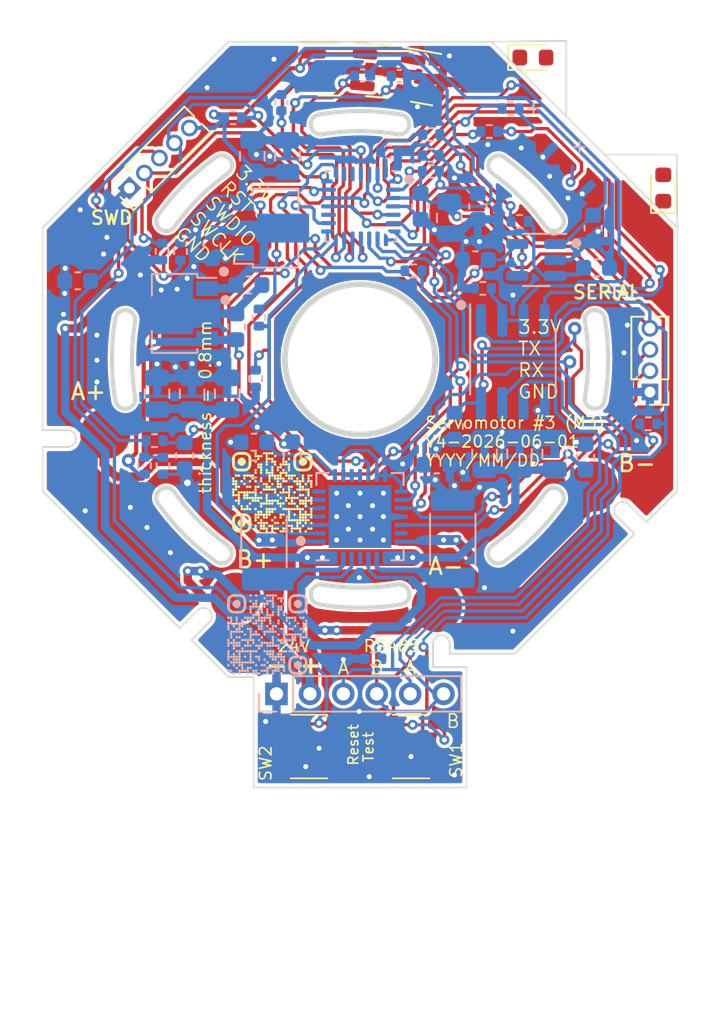
<source format=kicad_pcb>
(kicad_pcb (version 20221018) (generator pcbnew)
  (title_block (title "Servo motor stepper M3") (date "2023-12-09") (rev "V4"))
  (layers (0 "F.Cu" signal) (31 "B.Cu" signal) (34 "B.Paste" user) (35 "F.Paste" user) (36 "B.SilkS" user "B.Silkscreen") (37 "F.SilkS" user "F.Silkscreen") (38 "B.Mask" user) (39 "F.Mask" user) (44 "Edge.Cuts" user))
  (net 0 "")
  (net 1 "/index/schTop/VREF")
  (net 2 "GND")
  (net 3 "Net-(U5-CP1)")
  (net 4 "Net-(U5-CP2)")
  (net 5 "+24V")
  (net 6 "Net-(U5-VCP)")
  (net 7 "Net-(U5-VREG)")
  (net 8 "+3.3V")
  (net 9 "/index/schTop/HALL1")
  (net 10 "/index/schTop/RESET")
  (net 11 "/index/schTop/HALL2")
  (net 12 "+10V")
  (net 13 "/index/schTop/HALL3")
  (net 14 "Net-(U9--)")
  (net 15 "Net-(U9-+)")
  (net 16 "/index/schTop/REF24")
  (net 17 "/index/schTop/TEMPERATURE")
  (net 18 "Net-(D3-A)")
  (net 19 "Net-(D4-A)")
  (net 20 "/index/schTop/UART2 RX")
  (net 21 "/index/schTop/UART2 TX")
  (net 22 "/index/schTop/SWCLK")
  (net 23 "/index/schTop/SWDIO")
  (net 24 "/index/schTop/B")
  (net 25 "/index/schTop/A")
  (net 26 "Net-(U5-SENSE1)")
  (net 27 "Net-(U5-SENSE2)")
  (net 28 "/index/schTop/~{MENABLE}")
  (net 29 "/index/schTop/LED_GREEN")
  (net 30 "/index/schTop/LED_RED")
  (net 31 "/index/schTop/RS485_EN")
  (net 32 "Net-(R20-Pad1)")
  (net 33 "/index/schTop/OVER_VOLTAGE")
  (net 34 "/index/schTop/IMCONTROL")
  (net 35 "/index/schTop/PWMOV")
  (net 36 "/index/schTop/OUT2B")
  (net 38 "/index/schTop/STEP")
  (net 39 "/index/schTop/DIR")
  (net 41 "/index/schTop/OUT1B")
  (net 42 "/index/schTop/OUT1A")
  (net 44 "/index/schTop/OUT2A")
  (net 45 "/index/schTop/RS485_D")
  (net 46 "/index/schTop/RS485_R")
  (net 48 "/index/schTop/~{MRESET}")
  (footprint "servo_motor:TS3735PA-250gf" (layer "F.Cu") (at 146.5 116.4 -90)
    (fp_text reference "SW2")
    (fp_text value "TS3735PA-250gf")
  )
  (footprint "LED_SMD:LED_0603_1608Metric" (layer "F.Cu") (at 167.7 83 90)
    (fp_text reference "D4" hide)
    (fp_text value "19-217/GHC-YR1S2/3T")
  )
  (footprint "servo_motor:Pad_3mm_TopOnly" (layer "F.Cu") (at 134.3 97.7)
    (fp_text reference "J8" hide)
    (fp_text value "Conn_01x01_Socket" hide)
  )
  (footprint "Package_TO_SOT_SMD:SOT-23" (layer "F.Cu") (at 150.7 76.01 -5)
    (fp_text reference "U7" hide)
    (fp_text value "AH49HSC")
  )
  (footprint "Package_TO_SOT_SMD:SOT-23" (layer "F.Cu") (at 147.7 75.91)
    (fp_text reference "U4" hide)
    (fp_text value "AH49HSC")
  )
  (footprint "servo_motor:QR_M3_V4-08-12-23" (layer "F.Cu") (at 144.3 101.2)
    (fp_text reference "G***" hide)
    (fp_text value "LOGO" hide)
  )
  (footprint "servo_motor:Pad_3mm_TopOnly" (layer "F.Cu") (at 154.15 108.05)
    (fp_text reference "J3" hide)
    (fp_text value "Conn_01x01_Socket" hide)
  )
  (footprint "Connector_PinHeader_1.27mm:PinHeader_1x05_P1.27mm_Vertical" (layer "F.Cu") (at 135.746878 83.003123 135)
    (fp_text reference "J2" hide)
    (fp_text value "01x05 male P=1.27mm")
  )
  (footprint "Connector_PinHeader_1.27mm:PinHeader_1x04_P1.27mm_Vertical" (layer "F.Cu") (at 166.9 95.2 180)
    (fp_text reference "J1" hide)
    (fp_text value "01x04 male P=1.27mm")
  )
  (footprint "servo_motor:TS3735PA-250gf" (layer "F.Cu") (at 152.6 116.4 90)
    (fp_text reference "SW1")
    (fp_text value "TS3735PA-250gf")
  )
  (footprint "LED_SMD:LED_0603_1608Metric" (layer "F.Cu") (at 159.9 75.2)
    (fp_text reference "D3" hide)
    (fp_text value "KT-0603R")
  )
  (footprint "servo_motor:Pad_3mm_TopOnly" (layer "F.Cu") (at 163.5 100.85)
    (fp_text reference "J6" hide)
    (fp_text value "Conn_01x01_Socket" hide)
  )
  (footprint "Package_TO_SOT_SMD:SOT-23" (layer "F.Cu") (at 153.5 76.41 -10)
    (fp_text reference "U6" hide)
    (fp_text value "AH49HSC")
  )
  (footprint "servo_motor:Pad_3mm_TopOnly" (layer "F.Cu") (at 142.1 107.5)
    (fp_text reference "J7" hide)
    (fp_text value "Conn_01x01_Socket" hide)
  )
  (footprint "Capacitor_SMD:C_0805_2012Metric" (layer "B.Cu") (at 159.1 98.89 90)
    (fp_text reference "C7" hide)
    (fp_text value "4.7uF")
  )
  (footprint "Package_TO_SOT_SMD:SOT-89-3" (layer "B.Cu") (at 144.5 85.4)
    (fp_text reference "U11" hide)
    (fp_text value "HT7533-1")
  )
  (footprint "Capacitor_SMD:C_0805_2012Metric" (layer "B.Cu") (at 137.4 95.3 90)
    (fp_text reference "C14" hide)
    (fp_text value "4.7uF")
  )
  (footprint "Resistor_SMD:R_0402_1005Metric" (layer "B.Cu") (at 153.79 82 180)
    (fp_text reference "R29" hide)
    (fp_text value "4.7k")
  )
  (footprint "Resistor_SMD:R_0402_1005Metric" (layer "B.Cu") (at 137.7 86.8 90)
    (fp_text reference "R4" hide)
    (fp_text value "10k")
  )
  (footprint "Resistor_SMD:R_2010_5025Metric" (layer "B.Cu") (at 143.8 104.15 -90)
    (fp_text reference "R3" hide)
    (fp_text value "270m")
  )
  (footprint "Resistor_SMD:R_0402_1005Metric" (layer "B.Cu") (at 151.3 80.84 180)
    (fp_text reference "R23" hide)
    (fp_text value "5.6k")
  )
  (footprint "Capacitor_SMD:C_0805_2012Metric" (layer "B.Cu") (at 145.2 81.1 90)
    (fp_text reference "C33" hide)
    (fp_text value "4.7uF")
  )
  (footprint "Package_TO_SOT_SMD:SOT-89-3" (layer "B.Cu") (at 138.45 90.5 180)
    (fp_text reference "U12" hide)
    (fp_text value "L78L10_SOT89")
  )
  (footprint "Capacitor_SMD:C_0603_1608Metric" (layer "B.Cu") (at 163.05 99.1 90)
    (fp_text reference "C1" hide)
    (fp_text value "100nF")
  )
  (footprint "Resistor_SMD:R_0402_1005Metric" (layer "B.Cu") (at 157.29 79.62)
    (fp_text reference "R11" hide)
    (fp_text value "470R")
  )
  (footprint "Capacitor_SMD:C_0603_1608Metric" (layer "B.Cu") (at 163.5 85.4 -90)
    (fp_text reference "C30" hide)
    (fp_text value "100pF")
  )
  (footprint "servo_motor:QFN-28-1EP_5x5mm_P0.5mm_EP3.75x3.75mm_ThermalVias_0.3mm" (layer "B.Cu") (at 149.55 102.65)
    (fp_text reference "U5" hide)
    (fp_text value "A4988")
  )
  (footprint "Resistor_SMD:R_0402_1005Metric" (layer "B.Cu") (at 143.5 90.75 90)
    (fp_text reference "R6" hide)
    (fp_text value "5.6k")
  )
  (footprint "Resistor_SMD:R_0402_1005Metric" (layer "B.Cu") (at 138.8 86.8 90)
    (fp_text reference "R5" hide)
    (fp_text value "10k")
  )
  (footprint "Capacitor_SMD:C_0603_1608Metric" (layer "B.Cu") (at 142.15 91.3 90)
    (fp_text reference "C25" hide)
    (fp_text value "100nF")
  )
  (footprint "Capacitor_SMD:C_0603_1608Metric" (layer "B.Cu") (at 155.2 97.25 90)
    (fp_text reference "C35" hide)
    (fp_text value "100nF")
  )
  (footprint "Capacitor_SMD:C_0805_2012Metric" (layer "B.Cu") (at 143.1 81.1 90)
    (fp_text reference "C5" hide)
    (fp_text value "4.7uF")
  )
  (footprint "Capacitor_SMD:C_0603_1608Metric" (layer "B.Cu") (at 156.45 87.3 180)
    (fp_text reference "C22" hide)
    (fp_text value "1uF")
  )
  (footprint "Package_TO_SOT_SMD:SOT-23-5" (layer "B.Cu") (at 160.1 87.3 180)
    (fp_text reference "U9" hide)
    (fp_text value "LM321")
  )
  (footprint "Resistor_SMD:R_0402_1005Metric" (layer "B.Cu") (at 150.35 111.15)
    (fp_text reference "R2" hide)
    (fp_text value "10k")
  )
  (footprint "Resistor_SMD:R_0402_1005Metric" (layer "B.Cu") (at 141.95 78.8 180)
    (fp_text reference "R15" hide)
    (fp_text value "10k")
  )
  (footprint "Capacitor_SMD:C_0603_1608Metric" (layer "B.Cu") (at 163.71 87.77)
    (fp_text reference "C28" hide)
    (fp_text value "100nF")
  )
  (footprint "Capacitor_SMD:C_0603_1608Metric" (layer "B.Cu") (at 156.6 84.1 -90)
    (fp_text reference "C41" hide)
    (fp_text value "1uF")
  )
  (footprint "Package_SO:SOIC-8_3.9x4.9mm_P1.27mm" (layer "B.Cu") (at 158.7 93.4 -90)
    (fp_text reference "U10" hide)
    (fp_text value "SP3485EN")
  )
  (footprint "Connector_PinSocket_2.00mm:PinSocket_1x06_P2.00mm_Vertical" (layer "B.Cu") (at 144.55 113.25 -90)
    (fp_text reference "J4" hide)
    (fp_text value "Conn_01x06_Socket")
  )
  (footprint "Capacitor_SMD:C_0603_1608Metric" (layer "B.Cu") (at 142.9 88.8)
    (fp_text reference "C32" hide)
    (fp_text value "1uF")
  )
  (footprint "Resistor_SMD:R_0402_1005Metric" (layer "B.Cu") (at 136.65 99.6075 90)
    (fp_text reference "R27" hide)
    (fp_text value "10k")
  )
  (footprint "Capacitor_SMD:C_0805_2012Metric" (layer "B.Cu") (at 157 98.9 90)
    (fp_text reference "C12" hide)
    (fp_text value "4.7uF")
  )
  (footprint "Capacitor_SMD:C_0603_1608Metric" (layer "B.Cu") (at 154.15 99.55)
    (fp_text reference "C6" hide)
    (fp_text value "220nF")
  )
  (footprint "Resistor_SMD:R_0402_1005Metric" (layer "B.Cu") (at 156.9 89)
    (fp_text reference "R13" hide)
    (fp_text value "10k")
  )
  (footprint "Resistor_SMD:R_0402_1005Metric" (layer "B.Cu") (at 137.25 98.1075 180)
    (fp_text reference "R24" hide)
    (fp_text value "10k")
  )
  (footprint "Capacitor_SMD:C_0402_1005Metric" (layer "B.Cu") (at 149.7 76.275)
    (fp_text reference "C17" hide)
    (fp_text value "1nF")
  )
  (footprint "Capacitor_SMD:C_0805_2012Metric" (layer "B.Cu") (at 154.89 84.79 -90)
    (fp_text reference "C9" hide)
    (fp_text value "4.7uF")
  )
  (footprint "Resistor_SMD:R_2010_5025Metric" (layer "B.Cu") (at 155.1 104 -90)
    (fp_text reference "R1" hide)
    (fp_text value "270m")
  )
  (footprint "Resistor_SMD:R_0402_1005Metric" (layer "B.Cu") (at 158.56 78.25)
    (fp_text reference "R12" hide)
    (fp_text value "1.5k")
  )
  (footprint "Package_DFN_QFN:QFN-28_4x4mm_P0.5mm" (layer "B.Cu") (at 149.6 84.1 180)
    (fp_text reference "U8" hide)
    (fp_text value "STM32G031G8U6")
  )
  (footprint "Resistor_SMD:R_0402_1005Metric" (layer "B.Cu") (at 152.75 87.95)
    (fp_text reference "R22" hide)
    (fp_text value "10k")
  )
  (footprint "Resistor_SMD:R_0402_1005Metric" (layer "B.Cu") (at 137.75 99.6075 -90)
    (fp_text reference "R26" hide)
    (fp_text value "1K")
  )
  (footprint "Capacitor_SMD:C_0603_1608Metric" (layer "B.Cu") (at 143.2 99.8)
    (fp_text reference "C2" hide)
    (fp_text value "100nF")
  )
  (footprint "Capacitor_SMD:C_0603_1608Metric" (layer "B.Cu") (at 139.05 99.0075 -90)
    (fp_text reference "C36" hide)
    (fp_text value "100nF")
  )
  (footprint "Capacitor_SMD:C_0805_2012Metric" (layer "B.Cu") (at 141.6 95.3 90)
    (fp_text reference "C15" hide)
    (fp_text value "4.7uF")
  )
  (footprint "Resistor_SMD:R_0402_1005Metric" (layer "B.Cu") (at 153.78 81.05)
    (fp_text reference "TH1" hide)
    (fp_text value "100k 1% NTC")
  )
  (footprint "Capacitor_SMD:C_0805_2012Metric" (layer "B.Cu") (at 161.2 98.9 90)
    (fp_text reference "C8" hide)
    (fp_text value "4.7uF")
  )
  (footprint "Capacitor_SMD:C_0603_1608Metric" (layer "B.Cu") (at 143.2 98.2)
    (fp_text reference "C4" hide)
    (fp_text value "220nF")
  )
  (footprint "Capacitor_SMD:C_0603_1608Metric" (layer "B.Cu") (at 145.5 98.95 -90)
    (fp_text reference "C3" hide)
    (fp_text value "100nF")
  )
  (footprint "Capacitor_SMD:C_0402_1005Metric" (layer "B.Cu") (at 151.9 76.3)
    (fp_text reference "C20" hide)
    (fp_text value "1nF")
  )
  (footprint "Capacitor_SMD:C_0603_1608Metric" (layer "B.Cu") (at 153.18 84.1 -90)
    (fp_text reference "C37" hide)
    (fp_text value "100nF")
  )
  (footprint "Resistor_SMD:R_0402_1005Metric" (layer "B.Cu") (at 143.3 94.4 90)
    (fp_text reference "R7" hide)
    (fp_text value "10k" hide)
  )
  (footprint "Resistor_SMD:R_0402_1005Metric" (layer "B.Cu") (at 153.81 79.8 180)
    (fp_text reference "R20" hide)
    (fp_text value "10k")
  )
  (footprint "Capacitor_SMD:C_0402_1005Metric" (layer "B.Cu") (at 144.84 77.9 90)
    (fp_text reference "C23" hide)
    (fp_text value "1nF")
  )
  (footprint "Capacitor_SMD:C_0603_1608Metric" (layer "B.Cu") (at 140.7 86.45 -90)
    (fp_text reference "C26" hide)
    (fp_text value "1uF")
  )
  (footprint "Resistor_SMD:R_0402_1005Metric" (layer "B.Cu") (at 166.8 97.1)
    (fp_text reference "R17" hide)
    (fp_text value "10k")
  )
  (footprint "Capacitor_SMD:C_0805_2012Metric" (layer "B.Cu") (at 139.5 95.3 90)
    (fp_text reference "C19" hide)
    (fp_text value "4.7uF")
  )
  (footprint "Resistor_SMD:R_0402_1005Metric" (layer "B.Cu") (at 159.1 85)
    (fp_text reference "R25" hide)
    (fp_text value "10k")
  )
  (footprint "servo_motor:QR_M3_V4-08-12-23" (layer "B.Cu") (at 144 109.7 180)
    (fp_text reference "G***" hide)
    (fp_text value "LOGO" hide)
  )
  (footprint "Capacitor_SMD:C_0603_1608Metric" (layer "B.Cu") (at 132.65 88.55 180)
    (fp_text reference "C18" hide)
    (fp_text value "100nF")
  )
  (gr_circle (center 155.6 90) (end 155.75 90) (stroke (width 0.3)) (fill none) (layer "B.SilkS"))
  (gr_circle (center 162.5 86.3) (end 162.65 86.3) (stroke (width 0.3)) (fill none) (layer "B.SilkS"))
  (gr_circle (center 141.5 89.7) (end 141.65 89.7) (stroke (width 0.3)) (fill none) (layer "B.SilkS"))
  (gr_circle (center 146 104.1) (end 146.15 104.1) (stroke (width 0.3)) (fill none) (layer "B.SilkS"))
  (gr_circle (center 141.4 88) (end 141.55 88) (stroke (width 0.3)) (fill none) (layer "B.SilkS"))
  (gr_circle (center 152.5 82.5) (end 152.65 82.5) (stroke (width 0.3)) (fill none) (layer "B.SilkS"))
  (gr_line (start 130.55 85.379942) (end 130.55 97.483546) (stroke (width 0.1)) (layer "Edge.Cuts"))
  (gr_line (start 130.55 97.483546) (end 132.05 97.483546) (stroke (width 0.1)) (layer "Edge.Cuts"))
  (gr_line (start 168.55 101.120057) (end 166.685704 102.984353) (stroke (width 0.1)) (layer "Edge.Cuts"))
  (gr_line (start 155.920057 111.65) (end 155.920057 118.85) (stroke (width 0.1)) (layer "Edge.Cuts"))
  (gr_arc (start 140.926561 81.160384) (mid 141.763488 81.300404) (end 141.623404 82.137323) (stroke (width 0.25)) (layer "Edge.Cuts"))
  (gr_arc (start 161.639615 101.873439) (mid 160.050536 103.750536) (end 158.173439 105.339615) (stroke (width 0.25)) (layer "Edge.Cuts"))
  (gr_arc (start 158.173439 81.160384) (mid 160.050535 82.749464) (end 161.639615 84.626561) (stroke (width 0.25)) (layer "Edge.Cuts"))
  (gr_arc (start 137.460384 84.626561) (mid 139.049465 82.749465) (end 140.926561 81.160384) (stroke (width 0.25)) (layer "Edge.Cuts"))
  (gr_arc (start 147.2971 79.787201) (mid 146.606303 79.294462) (end 147.099043 78.603659) (stroke (width 0.25)) (layer "Edge.Cuts"))
  (gr_line (start 168.55 85.379942) (end 168.5 81) (stroke (width 0.1)) (layer "Edge.Cuts"))
  (gr_arc (start 164.196341 95.700957) (mid 163.505542 96.193699) (end 163.012798 95.5029) (stroke (width 0.25)) (layer "Edge.Cuts"))
  (gr_arc (start 161.639615 84.626561) (mid 161.499568 85.463452) (end 160.662677 85.323404) (stroke (width 0.25)) (layer "Edge.Cuts"))
  (gr_arc (start 132.05 97.483546) (mid 132.55002 97.983546) (end 132.05 98.483546) (stroke (width 0.1)) (layer "Edge.Cuts"))
  (gr_arc (start 147.099043 107.896341) (mid 146.606303 107.205546) (end 147.2971 106.712798) (stroke (width 0.25)) (layer "Edge.Cuts"))
  (gr_line (start 165.625044 101.923693) (end 166.685704 102.984353) (stroke (width 0.1)) (layer "Edge.Cuts"))
  (gr_arc (start 134.903659 90.799043) (mid 135.594459 90.306303) (end 136.087201 90.9971) (stroke (width 0.25)) (layer "Edge.Cuts"))
  (gr_arc (start 151.8029 106.712798) (mid 149.55 106.9) (end 147.2971 106.712798) (stroke (width 0.25)) (layer "Edge.Cuts"))
  (gr_arc (start 160.662677 101.176595) (mid 161.499568 101.036548) (end 161.639615 101.873439) (stroke (width 0.25)) (layer "Edge.Cuts"))
  (gr_arc (start 139.815647 108.264384) (mid 140.522753 108.264386) (end 140.522753 108.971491) (stroke (width 0.1)) (layer "Edge.Cuts"))
  (gr_line (start 158.820057 110.85) (end 154.920057 110.85) (stroke (width 0.1)) (layer "Edge.Cuts"))
  (gr_line (start 157.420057 74.25) (end 161.9 74.2) (stroke (width 0.1)) (layer "Edge.Cuts"))
  (gr_arc (start 147.099043 78.603659) (mid 149.55 78.4) (end 152.000957 78.603659) (stroke (width 0.25)) (layer "Edge.Cuts"))
  (gr_arc (start 163.012798 90.9971) (mid 163.505541 90.306299) (end 164.196341 90.799043) (stroke (width 0.25)) (layer "Edge.Cuts"))
  (gr_line (start 157.420057 74.25) (end 141.679942 74.25) (stroke (width 0.1)) (layer "Edge.Cuts"))
  (gr_line (start 138.754986 109.325044) (end 139.815647 108.264384) (stroke (width 0.1)) (layer "Edge.Cuts"))
  (gr_arc (start 151.8029 106.712798) (mid 152.493706 107.205545) (end 152.000957 107.896341) (stroke (width 0.25)) (layer "Edge.Cuts"))
  (gr_arc (start 138.437323 85.323404) (mid 139.897992 83.597991) (end 141.623404 82.137323) (stroke (width 0.25)) (layer "Edge.Cuts"))
  (gr_line (start 161.9 74.2) (end 161.9 78.6) (stroke (width 0.1)) (layer "Edge.Cuts"))
  (gr_line (start 154.920057 110.25) (end 154.920057 110.85) (stroke (width 0.1)) (layer "Edge.Cuts"))
  (gr_arc (start 157.476595 82.137323) (mid 157.336548 81.300432) (end 158.173439 81.160384) (stroke (width 0.25)) (layer "Edge.Cuts"))
  (gr_arc (start 140.926561 105.339615) (mid 139.049464 103.750536) (end 137.460384 101.873439) (stroke (width 0.25)) (layer "Edge.Cuts"))
  (gr_line (start 130.55 101.120057) (end 138.754986 109.325044) (stroke (width 0.1)) (layer "Edge.Cuts"))
  (gr_line (start 143.179942 112.25) (end 143.179942 118.85) (stroke (width 0.1)) (layer "Edge.Cuts"))
  (gr_arc (start 136.087201 95.5029) (mid 135.59445 96.193704) (end 134.903659 95.700957) (stroke (width 0.25)) (layer "Edge.Cuts"))
  (gr_arc (start 138.437323 85.323404) (mid 137.600397 85.463496) (end 137.460384 84.626561) (stroke (width 0.25)) (layer "Edge.Cuts"))
  (gr_line (start 168.55 85.379942) (end 157.420057 74.25) (stroke (width 0.1)) (layer "Edge.Cuts"))
  (gr_line (start 132.05 98.483546) (end 130.55 98.483546) (stroke (width 0.1)) (layer "Edge.Cuts"))
  (gr_line (start 168.5 81) (end 164.3 81) (stroke (width 0.1)) (layer "Edge.Cuts"))
  (gr_line (start 143.179942 112.25) (end 141.679942 112.25) (stroke (width 0.1)) (layer "Edge.Cuts"))
  (gr_arc (start 163.012798 90.9971) (mid 163.200001 93.25) (end 163.012798 95.5029) (stroke (width 0.25)) (layer "Edge.Cuts"))
  (gr_arc (start 141.623404 104.362677) (mid 141.763449 105.199565) (end 140.926561 105.339615) (stroke (width 0.25)) (layer "Edge.Cuts"))
  (gr_arc (start 152.000957 78.603659) (mid 152.493699 79.294459) (end 151.8029 79.787201) (stroke (width 0.25)) (layer "Edge.Cuts"))
  (gr_arc (start 137.460384 101.873439) (mid 137.600416 101.03658) (end 138.437323 101.176595) (stroke (width 0.25)) (layer "Edge.Cuts"))
  (gr_line (start 141.679942 74.25) (end 130.55 85.379942) (stroke (width 0.1)) (layer "Edge.Cuts"))
  (gr_arc (start 141.623404 104.362677) (mid 139.897992 102.902007) (end 138.437323 101.176595) (stroke (width 0.25)) (layer "Edge.Cuts"))
  (gr_arc (start 152.000957 107.896341) (mid 149.55 108.1) (end 147.099043 107.896341) (stroke (width 0.25)) (layer "Edge.Cuts"))
  (gr_arc (start 157.476595 82.137323) (mid 159.202006 83.597993) (end 160.662677 85.323404) (stroke (width 0.25)) (layer "Edge.Cuts"))
  (gr_line (start 158.820057 110.85) (end 165.978598 103.69146) (stroke (width 0.1)) (layer "Edge.Cuts"))
  (gr_arc (start 164.917937 102.630799) (mid 164.917938 101.923694) (end 165.625044 101.923693) (stroke (width 0.1)) (layer "Edge.Cuts"))
  (gr_line (start 143.179942 118.85) (end 155.920057 118.85) (stroke (width 0.1)) (layer "Edge.Cuts"))
  (gr_arc (start 134.903659 95.700957) (mid 134.700001 93.25) (end 134.903659 90.799043) (stroke (width 0.25)) (layer "Edge.Cuts"))
  (gr_arc (start 153.920057 110.25) (mid 154.420057 109.75) (end 154.920057 110.25) (stroke (width 0.1)) (layer "Edge.Cuts"))
  (gr_line (start 168.55 101.120057) (end 168.55 85.379942) (stroke (width 0.1)) (layer "Edge.Cuts"))
  (gr_line (start 165.978598 103.69146) (end 164.917937 102.630799) (stroke (width 0.1)) (layer "Edge.Cuts"))
  (gr_arc (start 136.087201 95.5029) (mid 135.900001 93.25) (end 136.087201 90.9971) (stroke (width 0.25)) (layer "Edge.Cuts"))
  (gr_line (start 140.522753 108.971491) (end 139.462093 110.032151) (stroke (width 0.1)) (layer "Edge.Cuts"))
  (gr_line (start 130.55 98.483546) (end 130.55 101.120057) (stroke (width 0.1)) (layer "Edge.Cuts"))
  (gr_arc (start 158.173439 105.339615) (mid 157.336548 105.199568) (end 157.476595 104.362677) (stroke (width 0.25)) (layer "Edge.Cuts"))
  (gr_line (start 155.920057 111.65) (end 153.920057 111.65) (stroke (width 0.1)) (layer "Edge.Cuts"))
  (gr_line (start 153.920057 110.25) (end 153.920057 111.65) (stroke (width 0.1)) (layer "Edge.Cuts"))
  (gr_arc (start 160.662677 101.176595) (mid 159.202007 102.902007) (end 157.476595 104.362677) (stroke (width 0.25)) (layer "Edge.Cuts"))
  (gr_line (start 139.462093 110.032151) (end 141.679942 112.25) (stroke (width 0.1)) (layer "Edge.Cuts"))
  (gr_circle (center 149.55 93.25) (end 145.05 93.25) (stroke (width 0.35)) (fill none) (layer "Edge.Cuts"))
  (gr_arc (start 164.196341 90.799043) (mid 164.400001 93.25) (end 164.196341 95.700957) (stroke (width 0.25)) (layer "Edge.Cuts"))
  (gr_arc (start 147.2971 79.787201) (mid 149.55 79.6) (end 151.8029 79.787201) (stroke (width 0.25)) (layer "Edge.Cuts"))
  (gr_text "+" (at 163.25 80.95) (layer "B.SilkS") (effects (font (size 0.8 0.8) (thickness 0.1)) (justify left bottom mirror)))
  (gr_text "+" (at 160.5 78.65) (layer "B.SilkS") (effects (font (size 0.8 0.8) (thickness 0.1)) (justify left bottom mirror)))
  (gr_text "+" (at 145.85 112.1) (layer "F.SilkS") (effects (font (size 1 1) (thickness 0.2)) (justify left bottom)))
  (gr_text "Reset" (at 149.5 117.6 90) (layer "F.SilkS") (effects (font (size 0.6 0.6) (thickness 0.1) bold) (justify left bottom)))
  (gr_text "3.3V\nTX\nRX\nGND" (at 158.95 95.65) (layer "F.SilkS") (effects (font (size 0.8 0.8) (thickness 0.1)) (justify left bottom)))
  (gr_text "B" (at 150.1 112.15) (layer "F.SilkS") (effects (font (size 0.8 0.8) (thickness 0.1)) (justify left bottom)))
  (gr_text "Servomotor #3 (M3)\n${REVISION}-${CURRENT_DATE}\nYYYY/MM/DD" (at 153.4 99.7) (layer "F.SilkS") (effects (font (size 0.7 0.7) (thickness 0.1)) (justify left bottom)))
  (gr_text "RS485" (at 149.7 110.8) (layer "F.SilkS") (effects (font (size 0.7 0.7) (thickness 0.1)) (justify left bottom)))
  (gr_text "SWD" (at 133.35 85.25) (layer "F.SilkS") (effects (font (size 0.8 0.8)) (justify left bottom)))
  (gr_text "-" (at 143.8 112.1) (layer "F.SilkS") (effects (font (size 1 1) (thickness 0.2)) (justify left bottom)))
  (gr_text "B" (at 154.65 115.35) (layer "F.SilkS") (effects (font (size 0.8 0.8) (thickness 0.1)) (justify left bottom)))
  (gr_text "thickness = 0.8mm" (at 140.7 101.35 90) (layer "F.SilkS") (effects (font (size 0.7 0.7) (thickness 0.1)) (justify left bottom)))
  (gr_text "Test" (at 150.4 117.4 90) (layer "F.SilkS") (effects (font (size 0.6 0.6) (thickness 0.1) bold) (justify left bottom)))
  (gr_text "B+" (at 142.05 105.8) (layer "F.SilkS") (effects (font (size 1 1)) (justify left bottom)))
  (gr_text "3.3V\nRST\nSWDIO\nSWCLK\nGND" (at 138.3 85.8 -45) (layer "F.SilkS") (effects (font (size 0.8 0.8) (thickness 0.1)) (justify left bottom)))
  (gr_text "24V" (at 144.55 110.8) (layer "F.SilkS") (effects (font (size 0.7 0.7) (thickness 0.1)) (justify left bottom)))
  (gr_text "A+" (at 132.15 95.75) (layer "F.SilkS") (effects (font (size 1 1)) (justify left bottom)))
  (gr_text "SERIAL" (at 162.2 89.7) (layer "F.SilkS") (effects (font (size 0.8 0.8)) (justify left bottom)))
  (gr_text "A" (at 148.15 112.15) (layer "F.SilkS") (effects (font (size 0.8 0.8) (thickness 0.1)) (justify left bottom)))
  (gr_text "A-" (at 153.55 106.2) (layer "F.SilkS") (effects (font (size 1 1)) (justify left bottom)))
  (gr_text "B-" (at 164.9 100.05) (layer "F.SilkS") (effects (font (size 1 1)) (justify left bottom)))
  (gr_text "A" (at 152.15 112.15) (layer "F.SilkS") (effects (font (size 0.8 0.8) (thickness 0.1)) (justify left bottom)))
  (segment (start 153.45 101.2) (end 153.2 101.45) (width 0.2) (layer "F.Cu") (net 1))
  (segment (start 158.2 101.45) (end 157.45 101.45) (width 0.2) (layer "F.Cu") (net 1))
  (segment (start 153.45 98.25) (end 153.45 101.2) (width 0.2) (layer "F.Cu") (net 1))
  (segment (start 155.55 94.55) (end 155.55 96.15) (width 0.2) (layer "F.Cu") (net 1))
  (segment (start 162 98.9) (end 161.55 99.35) (width 0.2) (layer "F.Cu") (net 1))
  (segment (start 153.2 101.45) (end 153.2 101.85) (width 0.2) (layer "F.Cu") (net 1))
  (segment (start 155.55 96.15) (end 153.45 98.25) (width 0.2) (layer "F.Cu") (net 1))
  (segment (start 160.3 99.35) (end 158.2 101.45) (width 0.2) (layer "F.Cu") (net 1))
  (segment (start 161.55 99.35) (end 160.3 99.35) (width 0.2) (layer "F.Cu") (net 1))
  (via (at 162 98.9) (size 0.6) (drill 0.3) (layers "F.Cu" "B.Cu") (net 1))
  (via (at 157.45 101.45) (size 0.6) (drill 0.3) (layers "F.Cu" "B.Cu") (net 1))
  (via (at 153.2 101.85) (size 0.6) (drill 0.3) (layers "F.Cu" "B.Cu") (net 1))
  (via (at 155.55 94.55) (size 0.6) (drill 0.3) (layers "F.Cu" "B.Cu") (net 1))
  (segment (start 152.9 102.15) (end 153.2 101.85) (width 0.2) (layer "B.Cu") (net 1))
  (segment (start 152.7 102.15) (end 152.9 102.15) (width 0.2) (layer "B.Cu") (net 1))
  (segment (start 154.95 93.95) (end 154.95 90.75) (width 0.2) (layer "B.Cu") (net 1))
  (segment (start 155.55 94.55) (end 154.95 93.95) (width 0.2) (layer "B.Cu") (net 1))
  (segment (start 162 98.9) (end 162.575 99.475) (width 0.25) (layer "B.Cu") (net 1))
  (segment (start 153.25 102.7) (end 152.7 102.15) (width 0.2) (layer "B.Cu") (net 1))
  (segment (start 152.7 102.15) (end 152.0125 102.15) (width 0.2) (layer "B.Cu") (net 1))
  (segment (start 162.575 99.475) (end 163.05 99.475) (width 0.25) (layer "B.Cu") (net 1))
  (segment (start 153.26 89.06) (end 153.26 87.95) (width 0.2) (layer "B.Cu") (net 1))
  (segment (start 157.45 101.45) (end 157.2 101.45) (width 0.2) (layer "B.Cu") (net 1))
  (segment (start 154.95 90.75) (end 153.26 89.06) (width 0.2) (layer "B.Cu") (net 1))
  (segment (start 156.9 101.75) (end 156.9 102.2) (width 0.2) (layer "B.Cu") (net 1))
  (segment (start 156.9 102.2) (end 156.4 102.7) (width 0.2) (layer "B.Cu") (net 1))
  (segment (start 157.2 101.45) (end 156.9 101.75) (width 0.2) (layer "B.Cu") (net 1))
  (segment (start 156.4 102.7) (end 153.25 102.7) (width 0.2) (layer "B.Cu") (net 1))
  (segment (start 152.133933 76.281709) (end 151.742224 75.89) (width 0.2) (layer "F.Cu") (net 2))
  (segment (start 151.742224 75.89) (end 149.3475 75.89) (width 0.2) (layer "F.Cu") (net 2))
  (segment (start 154.887205 76.762795) (end 154.923257 76.762795) (width 0.2) (layer "F.Cu") (net 2))
  (segment (start 154.442171 76.281709) (end 152.133933 76.281709) (width 0.2) (layer "F.Cu") (net 2))
  (segment (start 154.923257 76.762795) (end 154.442171 76.281709) (width 0.2) (layer "F.Cu") (net 2))
  (segment (start 152.99 78.14) (end 153.51 78.14) (width 0.2) (layer "F.Cu") (net 2))
  (segment (start 153.51 78.14) (end 154.887205 76.762795) (width 0.2) (layer "F.Cu") (net 2))
  (segment (start 149.3475 75.89) (end 149.1375 76.1) (width 0.2) (layer "F.Cu") (net 2))
  (via (at 152.1 99.5) (size 0.6) (drill 0.3) (layers "F.Cu" "B.Cu") (net 2))
  (via (at 133.8 94.6) (size 0.6) (drill 0.3) (layers "F.Cu" "B.Cu") (net 2))
  (via (at 155.2 118.1) (size 0.6) (drill 0.3) (layers "F.Cu" "B.Cu") (net 2))
  (via (at 160.9 82.3) (size 0.6) (drill 0.3) (layers "F.Cu" "B.Cu") (net 2))
  (via (at 133.8 91.8) (size 0.6) (drill 0.3) (layers "F.Cu" "B.Cu") (net 2))
  (via (at 144.15 81.1) (size 0.6) (drill 0.3) (layers "F.Cu" "B.Cu") (net 2))
  (via (at 158.7 89.4) (size 0.6) (drill 0.3) (layers "F.Cu" "B.Cu") (net 2))
  (via (at 143.4 97.3) (size 0.6) (drill 0.3) (layers "F.Cu" "B.Cu") (net 2))
  (via (at 133.1 102.3) (size 0.6) (drill 0.3) (layers "F.Cu" "B.Cu") (net 2))
  (via (at 139.7 85.5005) (size 0.6) (drill 0.3) (layers "F.Cu" "B.Cu") (net 2))
  (via (at 165.35 92.85) (size 0.6) (drill 0.3) (layers "F.Cu" "B.Cu") (net 2))
  (via (at 158.05 97.6) (size 0.6) (drill 0.3) (layers "F.Cu" "B.Cu") (net 2))
  (via (at 156.7 100.9) (size 0.6) (drill 0.3) (layers "F.Cu" "B.Cu") (net 2))
  (via (at 131.8 90.55) (size 0.6) (drill 0.3) (layers "F.Cu" "B.Cu") (net 2))
  (via (at 159.2 80.6) (size 0.6) (drill 0.3) (layers "F.Cu" "B.Cu") (net 2))
  (via (at 139.2 88.4) (size 0.6) (drill 0.3) (layers "F.Cu" "B.Cu") (net 2))
  (via (at 147.1 116.5) (size 0.6) (drill 0.3) (layers "F.Cu" "B.Cu") (net 2))
  (via (at 157 106.9) (size 0.6) (drill 0.3) (layers "F.Cu" "B.Cu") (net 2))
  (via (at 143.35 81) (size 0.6) (drill 0.3) (layers "F.Cu" "B.Cu") (net 2))
  (via (at 155.2 82.4) (size 0.6) (drill 0.3) (layers "F.Cu" "B.Cu") (net 2))
  (via (at 152.6 117) (size 0.6) (drill 0.3) (layers "F.Cu" "B.Cu") (net 2))
  (via (at 158.05 98.45) (size 0.6) (drill 0.3) (layers "F.Cu" "B.Cu") (net 2))
  (via (at 148.55 111.2) (size 0.6) (drill 0.3) (layers "F.Cu" "B.Cu") (net 2))
  (via (at 134.2 86.95) (size 0.6) (drill 0.3) (layers "F.Cu" "B.Cu") (net 2))
  (via (at 139.5 93.5) (size 0.6) (drill 0.3) (layers "F.Cu" "B.Cu") (net 2))
  (via (at 138.5 93.7) (size 0.6) (drill 0.3) (layers "F.Cu" "B.Cu") (net 2))
  (via (at 158.7 109.5) (size 0.6) (drill 0.3) (layers "F.Cu" "B.Cu") (net 2))
  (via (at 162 83.6) (size 0.6) (drill 0.3) (layers "F.Cu" "B.Cu") (net 2))
  (via (at 144.4 75.3) (size 0.6) (drill 0.3) (layers "F.Cu" "B.Cu") (net 2))
  (via (at 136.8 103.3) (size 0.6) (drill 0.3) (layers "F.Cu" "B.Cu") (net 2))
  (via (at 162.85 83.35) (size 0.6) (drill 0.3) (layers "F.Cu" "B.Cu") (net 2))
  (via (at 139.22 100.63) (size 0.8) (drill 0.4) (layers "F.Cu" "B.Cu") (net 2))
  (via (at 156.7 86.2) (size 0.6) (drill 0.3) (layers "F.Cu" "B.Cu") (net 2))
  (via (at 131.875 89.3) (size 0.6) (drill 0.3) (layers "F.Cu" "B.Cu") (net 2))
  (via (at 154.05 100.45) (size 0.6) (drill 0.3) (layers "F.Cu" "B.Cu") (net 2))
  (via (at 163.8 85.6) (size 0.6) (drill 0.3) (layers "F.Cu" "B.Cu") (net 2))
  (via (at 149.5 114.3) (size 0.6) (drill 0.3) (layers "F.Cu" "B.Cu") (net 2))
  (via (at 157.2 80.4) (size 0.6) (drill 0.3) (layers "F.Cu" "B.Cu") (net 2))
  (via (at 136.4 88.2) (size 0.6) (drill 0.3) (layers "F.Cu" "B.Cu") (net 2))
  (via (at 160.15 98.45) (size 0.6) (drill 0.3) (layers "F.Cu" "B.Cu") (net 2))
  (via (at 141.5 87.2) (size 0.6) (drill 0.3) (layers "F.Cu" "B.Cu") (net 2))
  (via (at 160.2 96.3) (size 0.6) (drill 0.3) (layers "F.Cu" "B.Cu") (net 2))
  (via (at 143.9 114.9) (size 0.6) (drill 0.3) (layers "F.Cu" "B.Cu") (net 2))
  (via (at 153.9995 85.5) (size 0.6) (drill 0.3) (layers "F.Cu" "B.Cu") (net 2))
  (via (at 141.8 98.2) (size 0.6) (drill 0.3) (layers "F.Cu" "B.Cu") (net 2))
  (via (at 155.2 100.8) (size 0.6) (drill 0.3) (layers "F.Cu" "B.Cu") (net 2))
  (via (at 160.5 81.15) (size 0.6) (drill 0.3) (layers "F.Cu" "B.Cu") (net 2))
  (via (at 140.4 77) (size 0.6) (drill 0.3) (layers "F.Cu" "B.Cu") (net 2))
  (via (at 133.8 93.3) (size 0.6) (drill 0.3) (layers "F.Cu" "B.Cu") (net 2))
  (via (at 154.9 75.1) (size 0.6) (drill 0.3) (layers "F.Cu" "B.Cu") (net 2))
  (via (at 135.8 102.1) (size 0.6) (drill 0.3) (layers "F.Cu" "B.Cu") (net 2))
  (via (at 149.5 106.3) (size 0.6) (drill 0.3) (layers "F.Cu" "B.Cu") (net 2))
  (via (at 154.1 98.6) (size 0.6) (drill 0.3) (layers "F.Cu" "B.Cu") (net 2))
  (via (at 165.55 91.2) (size 0.6) (drill 0.3) (layers "F.Cu" "B.Cu") (net 2))
  (via (at 152.99 78.14) (size 0.6) (drill 0.3) (layers "F.Cu" "B.Cu") (net 2))
  (via (at 141.1 93.5) (size 0.6) (drill 0.3) (layers "F.Cu" "B.Cu") (net 2))
  (via (at 131.9 87.8) (size 0.6) (drill 0.3) (layers "F.Cu" "B.Cu") (net 2))
  (via (at 139.6 87.7) (size 0.6) (drill 0.3) (layers "F.Cu" "B.Cu") (net 2))
  (via (at 155.7 100) (size 0.6) (drill 0.3) (layers "F.Cu" "B.Cu") (net 2))
  (via (at 138.2 104.8) (size 0.6) (drill 0.3) (layers "F.Cu" "B.Cu") (net 2))
  (via (at 150.1 118.2) (size 0.6) (drill 0.3) (layers "F.Cu" "B.Cu") (net 2))
  (via (at 138.6 89.05) (size 0.6) (drill 0.3) (layers "F.Cu" "B.Cu") (net 2))
  (via (at 132.8 84.3) (size 0.6) (drill 0.3) (layers "F.Cu" "B.Cu") (net 2))
  (via (at 166.1 98.1) (size 0.6) (drill 0.3) (layers "F.Cu" "B.Cu") (net 2))
  (via (at 155.9 86.2) (size 0.6) (drill 0.3) (layers "F.Cu" "B.Cu") (net 2))
  (via (at 137.65 89.1) (size 0.6) (drill 0.3) (layers "F.Cu" "B.Cu") (net 2))
  (via (at 162.5 98.2) (size 0.6) (drill 0.3) (layers "F.Cu" "B.Cu") (net 2))
  (via (at 134.4 85.95) (size 0.6) (drill 0.3) (layers "F.Cu" "B.Cu") (net 2))
  (via (at 146.3 117.6) (size 0.6) (drill 0.3) (layers "F.Cu" "B.Cu") (net 2))
  (via (at 137.4 93.5245) (size 0.6) (drill 0.3) (layers "F.Cu" "B.Cu") (net 2))
  (segment (start 162.16 87.3) (end 162.16 87.292183) (width 0.25) (layer "B.Cu") (net 2))
  (segment (start 136.4 88.2) (end 137.29 87.31) (width 0.2) (layer "B.Cu") (net 2))
  (segment (start 138.5 93.7) (end 139.15 94.35) (width 0.5) (layer "B.Cu") (net 2))
  (segment (start 161.2 97.95) (end 157.85 97.95) (width 1) (layer "B.Cu") (net 2))
  (segment (start 139.15 94.35) (end 139.5 94.35) (width 0.5) (layer "B.Cu") (net 2))
  (segment (start 153.9995 85.5) (end 153.3745 84.875) (width 0.5) (layer "B.Cu") (net 2))
  (segment (start 163.25 86.175) (end 163.25 86.15) (width 0.25) (layer "B.Cu") (net 2))
  (segment (start 151.5375 84.1) (end 152.405 84.1) (width 0.2) (layer "B.Cu") (net 2))
  (segment (start 155.9125 101.6875) (end 155.1 101.6875) (width 0.5) (layer "B.Cu") (net 2))
  (segment (start 153.6 80.43) (end 152.75 80.43) (width 0.2) (layer "B.Cu") (net 2))
  (segment (start 142.55 86.9) (end 140.875 86.9) (width 0.5) (layer "B.Cu") (net 2))
  (segment (start 137.65 89.75) (end 137.65 89.1) (width 0.5) (layer "B.Cu") (net 2))
  (segment (start 140.7 87.225) (end 140.275 87.225) (width 0.5) (layer "B.Cu") (net 2))
  (segment (start 139.4 90.5) (end 138.6 89.7) (width 0.5) (layer "B.Cu") (net 2))
  (segment (start 154.29 81.05) (end 154.22 81.05) (width 0.2) (layer "B.Cu") (net 2))
  (segment (start 152.48 80.7) (end 151.81 80.7) (width 0.2) (layer "B.Cu") (net 2))
  (segment (start 141.6 94.35) (end 139.5 94.35) (width 0.5) (layer "B.Cu") (net 2))
  (segment (start 160.605 95.875) (end 160.605 96.405) (width 0.2) (layer "B.Cu") (net 2))
  (segment (start 144.7875 102.1875) (end 143.8 102.1875) (width 0.2) (layer "B.Cu") (net 2))
  (segment (start 142.15 90.325) (end 143.675 88.8) (width 0.5) (layer "B.Cu") (net 2))
  (segment (start 137.75 100.1175) (end 138.715 100.1175) (width 0.2) (layer "B.Cu") (net 2))
  (segment (start 157.85 97.95) (end 157.15 97.95) (width 1) (layer "B.Cu") (net 2))
  (segment (start 143.1 80.75) (end 143.1 80.15) (width 0.5) (layer "B.Cu") (net 2))
  (segment (start 154.22 81.05) (end 153.6 80.43) (width 0.2) (layer "B.Cu") (net 2))
  (segment (start 147.0875 103.15) (end 147.95 103.15) (width 0.2) (layer "B.Cu") (net 2))
  (segment (start 161.113694 80.556847) (end 160.843153 80.556847) (width 0.2) (layer "B.Cu") (net 2))
  (segment (start 143.1 80.15) (end 144.1 79.15) (width 0.25) (layer "B.Cu") (net 2))
  (segment (start 154.89 82.09) (end 154.89 81.65) (width 0.2) (layer "B.Cu") (net 2))
  (segment (start 142.425 98.2) (end 141.8 98.2) (width 0.25) (layer "B.Cu") (net 2))
  (segment (start 155.425 85.75) (end 156.3 84.875) (width 0.2) (layer "B.Cu") (net 2))
  (segment (start 154.675 98.025) (end 154.4 98.3) (width 0.5) (layer "B.Cu") (net 2))
  (segment (start 154.55 85.5) (end 154.8 85.75) (width 0.5) (layer "B.Cu") (net 2))
  (segment (start 163.376092 86.076092) (end 164.485 87.185) (width 0.25) (layer "B.Cu") (net 2))
  (segment (start 147.95 103.15) (end 148.15 103.35) (width 0.2) (layer "B.Cu") (net 2))
  (segment (start 144.84 77.42) (end 145.77 76.49) (width 0.2) (layer "B.Cu") (net 2))
  (segment (start 141.6 94) (end 141.1 93.5) (width 0.5) (layer "B.Cu") (net 2))
  (segment (start 162.16 87.292183) (end 163.376092 86.076092) (width 0.25) (layer "B.Cu") (net 2))
  (segment (start 161.093153 80.556847) (end 160.5 81.15) (width 0.5) (layer "B.Cu") (net 2))
  (segment (start 152.38 76.03) (end 152.38 76.3) (width 0.25) (layer "B.Cu") (net 2))
  (segment (start 140.3625 90.5) (end 142.275 90.5) (width 0.5) (layer "B.Cu") (net 2))
  (segment (start 152.405 84.1) (end 153.18 84.875) (width 0.2) (layer "B.Cu") (net 2))
  (segment (start 143.1 80.15) (end 145.2 80.15) (width 0.5) (layer "B.Cu") (net 2))
  (segment (start 155.2 98.025) (end 154.675 98.025) (width 0.5) (layer "B.Cu") (net 2))
  (segment (start 164.485 87.185) (end 164.485 87.77) (width 0.25) (layer "B.Cu") (net 2))
  (segment (start 141.6 94.35) (end 141.6 94) (width 0.5) (layer "B.Cu") (net 2))
  (segment (start 163.363694 82.806847) (end 163.363694 82.836306) (width 0.5) (layer "B.Cu") (net 2))
  (segment (start 152.0125 102.65) (end 150.95 102.65) (width 0.2) (layer "B.Cu") (net 2))
  (segment (start 139.22 99.9525) (end 139.22 100.63) (width 0.5) (layer "B.Cu") (net 2))
  (segment (start 161.2375 87.3) (end 162.16 87.3) (width 0.25) (layer "B.Cu") (net 2))
  (segment (start 153.18 84.875) (end 154.055 85.75) (width 0.2) (layer "B.Cu") (net 2))
  (segment (start 138.715 100.1175) (end 139.05 99.7825) (width 0.2) (layer "B.Cu") (net 2))
  (segment (start 138.6 89.7) (end 138.6 89.05) (width 0.5) (layer "B.Cu") (net 2))
  (segment (start 156 89) (end 156.39 89) (width 0.2) (layer "B.Cu") (net 2))
  (segment (start 138.4 90.5) (end 137.65 89.75) (width 0.5) (layer "B.Cu") (net 2))
  (segment (start 154.05 100.6375) (end 155.1 101.6875) (width 0.5) (layer "B.Cu") (net 2))
  (segment (start 152.99 77.29) (end 152.99 78.14) (width 0.2) (layer "B.Cu") (net 2))
  (segment (start 155.2 82.4) (end 154.89 82.09) (width 0.2) (layer "B.Cu") (net 2))
  (segment (start 139.05 99.7825) (end 139.22 99.9525) (width 0.5) (layer "B.Cu") (net 2))
  (segment (start 151.85 75.5) (end 152.38 76.03) (width 0.25) (layer "B.Cu") (net 2))
  (segment (start 150.18 76.275) (end 150.18 76.02) (width 0.25) (layer "B.Cu") (net 2))
  (segment (start 145.75 102.95) (end 144.7875 101.9875) (width 0.5) (layer "B.Cu") (net 2))
  (segment (start 156.7 100.9) (end 155.9125 101.6875) (width 0.5) (layer "B.Cu") (net 2))
  (segment (start 155.675 88.675) (end 156 89) (width 0.2) (layer "B.Cu") (net 2))
  (segment (start 149.34 75.46) (end 150.18 76.3) (width 0.2) (layer "B.Cu") (net 2))
  (segment (start 153.3745 84.875) (end 153.18 84.875) (width 0.5) (layer "B.Cu") (net 2))
  (segment (start 152.38 76.3) (end 152.38 76.68) (width 0.2) (layer "B.Cu") (net 2))
  (segment (start 155.7 87.3) (end 155.675 87.3) (width 0.2) (layer "B.Cu") (net 2))
  (segment (start 140.875 86.9) (end 140.7 87.075) (width 0.5) (layer "B.Cu") (net 2))
  (segment (start 155.2 101.5875) (end 155.1 101.6875) (width 0.5) (layer "B.Cu") (net 2))
  (segment (start 155.675 87.3) (end 155.675 88.675) (width 0.2) (layer "B.Cu") (net 2))
  (segment (start 140.275 87.225) (end 139.7 86.65) (width 0.5) (layer "B.Cu") (net 2))
  (segment (start 147.42 75.46) (end 149.34 75.46) (width 0.2) (layer "B.Cu") (net 2))
  (segment (start 140.3125 90.5) (end 139.4 90.5) (width 0.5) (layer "B.Cu") (net 2))
  (segment (start 144.53 77.42) (end 144.84 77.42) (width 0.25) (layer "B.Cu") (net 2))
  (segment (start 137.4 94.35) (end 137.4 93.5245) (width 0.5) (layer "B.Cu") (net 2))
  (segment (start 143.35 81) (end 143.1 80.75) (width 0.5) (layer "B.Cu") (net 2))
  (segment (start 150.7 75.5) (end 151.85 75.5) (width 0.25) (layer "B.Cu") (net 2))
  (segment (start 139.7 86.65) (end 139.7 85.5005) (width 0.5) (layer "B.Cu") (net 2))
  (segment (start 145.77 76.49) (end 146.39 76.49) (width 0.2) (layer "B.Cu") (net 2))
  (segment (start 144.1 79.15) (end 144.1 77.85) (width 0.25) (layer "B.Cu") (net 2))
  (segment (start 131.875 89.3) (end 131.875 88.55) (width 0.5) (layer "B.Cu") (net 2))
  (segment (start 143.35 81) (end 144.05 81) (width 0.5) (layer "B.Cu") (net 2))
  (segment (start 155.9 86.2) (end 155.4375 85.7375) (width 0.5) (layer "B.Cu") (net 2))
  (segment (start 155.675 86.425) (end 155.9 86.2) (width 0.25) (layer "B.Cu") (net 2))
  (segment (start 144.05 81) (end 144.15 81.1) (width 0.5) (layer "B.Cu") (net 2))
  (segment (start 152.38 76.68) (end 152.99 77.29) (width 0.2) (layer "B.Cu") (net 2))
  (segment (start 137.29 87.31) (end 137.7 87.31) (width 0.2) (layer "B.Cu") (net 2))
  (segment (start 155.85 85.325) (end 156.3 84.875) (width 0.5) (layer "B.Cu") (net 2))
  (segment (start 153.9995 85.5) (end 154.55 85.5) (width 0.5) (layer "B.Cu") (net 2))
  (segment (start 163.363694 82.836306) (end 162.85 83.35) (width 0.5) (layer "B.Cu") (net 2))
  (segment (start 146.39 76.49) (end 147.42 75.46) (width 0.2) (layer "B.Cu") (net 2))
  (segment (start 144.1 77.85) (end 144.53 77.42) (width 0.25) (layer "B.Cu") (net 2))
  (segment (start 139.5 94.35) (end 139.5 93.5) (width 0.5) (layer "B.Cu") (net 2))
  (segment (start 140.0875 90.725) (end 140.3125 90.5) (width 0.5) (layer "B.Cu") (net 2))
  (segment (start 152.75 80.43) (end 152.48 80.7) (width 0.2) (layer "B.Cu") (net 2))
  (segment (start 142.15 90.525) (end 142.15 90.325) (width 0.5) (layer "B.Cu") (net 2))
  (segment (start 155.675 87.3) (end 155.675 86.425) (width 0.25) (layer "B.Cu") (net 2))
  (segment (start 161.113694 80.556847) (end 161.093153 80.556847) (width 0.5) (layer "B.Cu") (net 2))
  (segment (start 154.89 81.65) (end 154.29 81.05) (width 0.2) (layer "B.Cu") (net 2))
  (segment (start 145.2 80.15) (end 145.225 80.125) (width 0.25) (layer "B.Cu") (net 2))
  (segment (start 155.4375 85.7375) (end 155.85 85.325) (width 0.5) (layer "B.Cu") (net 2))
  (segment (start 155.2 100.8) (end 155.2 101.5875) (width 0.5) (layer "B.Cu") (net 2))
  (segment (start 150.18 76.02) (end 150.7 75.5) (width 0.25) (layer "B.Cu") (net 2))
  (segment (start 154.055 85.75) (end 155.425 85.75) (width 0.2) (layer "B.Cu") (net 2))
  (segment (start 154.05 100.45) (end 154.05 100.6375) (width 0.5) (layer "B.Cu") (net 2))
  (segment (start 140.3125 90.5) (end 138.4 90.5) (width 0.5) (layer "B.Cu") (net 2))
  (segment (start 145.65 80.05) (end 145.8 80.05) (width 0.2) (layer "B.Cu") (net 2))
  (segment (start 163.25 86.15) (end 163.8 85.6) (width 0.5) (layer "B.Cu") (net 2))
  (segment (start 145.25 100.9) (end 145.55 101.2) (width 0.2) (layer "B.Cu") (net 3))
  (segment (start 145.55 101.8) (end 146.4 102.65) (width 0.2) (layer "B.Cu") (net 3))
  (segment (start 142.425 99.8) (end 142.6 99.8) (width 0.2) (layer "B.Cu") (net 3))
  (segment (start 143.7 100.9) (end 145.25 100.9) (width 0.2) (layer "B.Cu") (net 3))
  (segment (start 142.6 99.8) (end 143.7 100.9) (width 0.2) (layer "B.Cu") (net 3))
  (segment (start 146.4 102.65) (end 147.0875 102.65) (width 0.2) (layer "B.Cu") (net 3))
  (segment (start 145.55 101.2) (end 145.55 101.8) (width 0.2) (layer "B.Cu") (net 3))
  (segment (start 144.5 100.5) (end 145.55 100.5) (width 0.2) (layer "B.Cu") (net 4))
  (segment (start 145.95 100.9) (end 145.95 101.6) (width 0.2) (layer "B.Cu") (net 4))
  (segment (start 143.975 99.975) (end 144.5 100.5) (width 0.2) (layer "B.Cu") (net 4))
  (segment (start 145.55 100.5) (end 145.95 100.9) (width 0.2) (layer "B.Cu") (net 4))
  (segment (start 146.5 102.15) (end 147.0875 102.15) (width 0.2) (layer "B.Cu") (net 4))
  (segment (start 145.95 101.6) (end 146.5 102.15) (width 0.2) (layer "B.Cu") (net 4))
  (segment (start 143.975 99.8) (end 143.975 99.975) (width 0.2) (layer "B.Cu") (net 4))
  (segment (start 143.975 100) (end 144.2 100) (width 0.2) (layer "B.Cu") (net 4))
  (segment (start 136.15 98.84) (end 136.15 97.273411) (width 0.25) (layer "F.Cu") (net 5))
  (segment (start 142.3 95.3) (end 144.1 97.1) (width 0.2) (layer "F.Cu") (net 5))
  (segment (start 142.3 93) (end 142.3 95.3) (width 0.2) (layer "F.Cu") (net 5))
  (segment (start 134.65 89.45) (end 135.9 89.45) (width 0.5) (layer "F.Cu") (net 5))
  (segment (start 146.4 105.1) (end 152.7 105.1) (width 1) (layer "F.Cu") (net 5))
  (segment (start 132.7 91.4) (end 134.65 89.45) (width 0.5) (layer "F.Cu") (net 5))
  (segment (start 146.55 113.25) (end 146.55 110.9) (width 1) (layer "F.Cu") (net 5))
  (segment (start 135.69 99.3) (end 136.15 98.84) (width 0.25) (layer "F.Cu") (net 5))
  (segment (start 136.15 97.273411) (end 136.6 96.823411) (width 0.25) (layer "F.Cu") (net 5))
  (segment (start 146.55 110.9) (end 145.7 110.05) (width 1) (layer "F.Cu") (net 5))
  (segment (start 145.7 106.8) (end 146.4 106.1) (width 1) (layer "F.Cu") (net 5))
  (segment (start 144.1 97.1) (end 144.1 97.4) (width 0.2) (layer "F.Cu") (net 5))
  (segment (start 144.1 97.4) (end 145 98.3) (width 0.2) (layer "F.Cu") (net 5))
  (segment (start 145.7 110.05) (end 145.7 106.8) (width 1) (layer "F.Cu") (net 5))
  (segment (start 136.6 96.823411) (end 136.6 92.8) (width 0.25) (layer "F.Cu") (net 5))
  (segment (start 146.4 106.1) (end 146.4 105.1) (width 1) (layer "F.Cu") (net 5))
  (segment (start 137.2 90.75) (end 137.2 92.2) (width 0.5) (layer "F.Cu") (net 5))
  (segment (start 136.6 92.8) (end 137.2 92.2) (width 0.25) (layer "F.Cu") (net 5))
  (segment (start 131.9 91.4) (end 132.7 91.4) (width 0.5) (layer "F.Cu") (net 5))
  (segment (start 135.9 89.45) (end 137.2 90.75) (width 0.5) (layer "F.Cu") (net 5))
  (via (at 147.3 105.1) (size 0.6) (drill 0.3) (layers "F.Cu" "B.Cu") (net 5))
  (via (at 152.7 105.1) (size 0.6) (drill 0.3) (layers "F.Cu" "B.Cu") (net 5))
  (via (at 131.9 91.4) (size 0.6) (drill 0.3) (layers "F.Cu" "B.Cu") (net 5))
  (via (at 146.4 105.1) (size 0.6) (drill 0.3) (layers "F.Cu" "B.Cu") (net 5))
  (via (at 135.69 99.3) (size 0.8) (drill 0.4) (layers "F.Cu" "B.Cu") (net 5))
  (via (at 142.3 93) (size 0.6) (drill 0.3) (layers "F.Cu" "B.Cu") (net 5))
  (via (at 151.8 105.1) (size 0.6) (drill 0.3) (layers "F.Cu" "B.Cu") (net 5))
  (via (at 137.2 92.2) (size 0.6) (drill 0.3) (layers "F.Cu" "B.Cu") (net 5))
  (via (at 145 98.3) (size 0.6) (drill 0.3) (layers "F.Cu" "B.Cu") (net 5))
  (segment (start 134.3 103.3) (end 134.3 98.8) (width 0.5) (layer "B.Cu") (net 5))
  (segment (start 140.81 107.5) (end 138.5 107.5) (width 0.5) (layer "B.Cu") (net 5))
  (segment (start 140.25 92.2) (end 140.45 92) (width 0.5) (layer "B.Cu") (net 5))
  (segment (start 140.45 92) (end 140.525 92.075) (width 0.5) (layer "B.Cu") (net 5))
  (segment (start 145.275 98.3) (end 145.5 98.525) (width 0.2) (layer "B.Cu") (net 5))
  (segment (start 146.55 112.1) (end 143.1 108.65) (width 0.5) (layer "B.Cu") (net 5))
  (segment (start 140.4 97.15) (end 140.4 102.25) (width 0.5) (layer "B.Cu") (net 5))
  (segment (start 139.45 96.2) (end 139.5 96.25) (width 0.5) (layer "B.Cu") (net 5))
  (segment (start 146.55 113.25) (end 146.55 112.1) (width 0.5) (layer "B.Cu") (net 5))
  (segment (start 155.4 105.1) (end 156.9 103.6) (width 0.5) (layer "B.Cu") (net 5))
  (segment (start 134.3 98.8) (end 131.9 96.4) (width 0.5) (layer "B.Cu") (net 5))
  (segment (start 140.525 92.075) (end 142.3 92.075) (width 0.5) (layer "B.Cu") (net 5))
  (segment (start 152.7 105.1) (end 155.4 105.1) (width 0.5) (layer "B.Cu") (net 5))
  (segment (start 136.2875 100.1175) (end 136.65 100.1175) (width 0.25) (layer "B.Cu") (net 5))
  (segment (start 141.6 96.25) (end 139.5 96.25) (width 0.5) (layer "B.Cu") (net 5))
  (segment (start 137.2 92.2) (end 140.25 92.2) (width 0.5) (layer "B.Cu") (net 5))
  (segment (start 135.69 99.52) (end 136.2875 100.1175) (width 0.25) (layer "B.Cu") (net 5))
  (segment (start 142.15 92.85) (end 142.15 92.075) (width 0.2) (layer "B.Cu") (net 5))
  (segment (start 137.85 96.2) (end 139.45 96.2) (width 0.5) (layer "B.Cu") (net 5))
  (segment (start 156.9 103.6) (end 157.310661 103.6) (width 0.5) (layer "B.Cu") (net 5))
  (segment (start 135.69 99.3) (end 135.69 99.52) (width 0.25) (layer "B.Cu") (net 5))
  (segment (start 151.8 105.1) (end 152.7 105.1) (width 0.5) (layer "B.Cu") (net 5))
  (segment (start 157.310661 103.6) (end 158.85 102.060661) (width 0.5) (layer "B.Cu") (net 5))
  (segment (start 141.96 108.65) (end 140.81 107.5) (width 0.5) (layer "B.Cu") (net 5))
  (segment (start 138.5 107.5) (end 134.3 103.3) (width 0.5) (layer "B.Cu") (net 5))
  (segment (start 142.3 93) (end 142.15 92.85) (width 0.2) (layer "B.Cu") (net 5))
  (segment (start 158.85 102.060661) (end 158.85 99.84) (width 0.5) (layer "B.Cu") (net 5))
  (segment (start 161.2 99.85) (end 157 99.85) (width 0.5) (layer "B.Cu") (net 5))
  (segment (start 145 98.3) (end 145.275 98.3) (width 0.2) (layer "B.Cu") (net 5))
  (segment (start 139.5 96.25) (end 140.4 97.15) (width 0.5) (layer "B.Cu") (net 5))
  (segment (start 140.4 102.25) (end 143.25 105.1) (width 0.5) (layer "B.Cu") (net 5))
  (segment (start 143.1 108.65) (end 141.96 108.65) (width 0.5) (layer "B.Cu") (net 5))
  (segment (start 131.9 96.4) (end 131.9 91.4) (width 0.5) (layer "B.Cu") (net 5))
  (segment (start 143.25 105.1) (end 146.4 105.1) (width 0.5) (layer "B.Cu") (net 5))
  (segment (start 146.35 100.6) (end 146.35 101.35) (width 0.2) (layer "B.Cu") (net 6))
  (segment (start 145.575 99.825) (end 146.35 100.6) (width 0.2) (layer "B.Cu") (net 6))
  (segment (start 146.65 101.65) (end 147.0875 101.65) (width 0.2) (layer "B.Cu") (net 6))
  (segment (start 145.55 99.825) (end 145.575 99.825) (width 0.2) (layer "B.Cu") (net 6))
  (segment (start 146.35 101.35) (end 146.65 101.65) (width 0.2) (layer "B.Cu") (net 6))
  (segment (start 146.8125 98.95) (end 148.05 100.1875) (width 0.2) (layer "B.Cu") (net 7))
  (segment (start 144.6 98.95) (end 146.8125 98.95) (width 0.2) (layer "B.Cu") (net 7))
  (segment (start 143.975 98.2) (end 143.975 98.325) (width 0.2) (layer "B.Cu") (net 7))
  (segment (start 143.975 98.325) (end 144.6 98.95) (width 0.2) (layer "B.Cu") (net 7))
  (segment (start 153.3 114.5) (end 153.3 116.2) (width 0.2) (layer "F.Cu") (net 8))
  (segment (start 151.075 117.75) (end 154.125 117.75) (width 0.2) (layer "F.Cu") (net 8))
  (segment (start 158.8995 87.7495) (end 159.5505 87.7495) (width 0.2) (layer "F.Cu") (net 8))
  (segment (start 143.6 84.6) (end 143.6 84.034) (width 0.2) (layer "F.Cu") (net 8))
  (segment (start 153.55 114.25) (end 153.3 114.5) (width 0.2) (layer "F.Cu") (net 8))
  (segment (start 153.3 116.2) (end 154.125 117.025) (width 0.2) (layer "F.Cu") (net 8))
  (segment (start 145.96 75.84) (end 145.96 75.29) (width 0.2) (layer "F.Cu") (net 8))
  (segment (start 159.5505 87.7495) (end 160.35 86.95) (width 0.2) (layer "F.Cu") (net 8))
  (segment (start 156.85 94.65) (end 156.85 92.4005) (width 0.2) (layer "F.Cu") (net 8))
  (segment (start 158.55 86.3) (end 158.55 87.4) (width 0.2) (layer "F.Cu") (net 8))
  (segment (start 140.8 78.6) (end 142.65 78.6) (width 0.25) (layer "F.Cu") (net 8))
  (segment (start 160.35 86.95) (end 162.5 86.95) (width 0.2) (layer "F.Cu") (net 8))
  (segment (start 145.41 75.84) (end 145.96 75.84) (width 0.25) (layer "F.Cu") (net 8))
  (segment (start 146.268093 74.981907) (end 152.411979 74.981907) (width 0.2) (layer "F.Cu") (net 8))
  (segment (start 153.35 110.45) (end 153.55 110.65) (width 0.2) (layer "F.Cu") (net 8))
  (segment (start 155.35 84.7) (end 156.95 84.7) (width 0.2) (layer "F.Cu") (net 8))
  (segment (start 156.95 84.7) (end 158.55 86.3) (width 0.2) (layer "F.Cu") (net 8))
  (segment (start 144.55 85.55) (end 143.6 84.6) (width 0.2) (layer "F.Cu") (net 8))
  (segment (start 152.931709 75.501637) (end 153.241709 75.501637) (width 0.2) (layer "F.Cu") (net 8))
  (segment (start 153.55 110.65) (end 153.55 114.25) (width 0.2) (layer "F.Cu") (net 8))
  (segment (start 158.55 87.4) (end 158.8995 87.7495) (width 0.2) (layer "F.Cu") (net 8))
  (segment (start 162.5 86.95) (end 166.9 91.35) (width 0.2) (layer "F.Cu") (net 8))
  (segment (start 145.96 75.29) (end 146.268093 74.981907) (width 0.2) (layer "F.Cu") (net 8))
  (segment (start 154.125 117.025) (end 154.125 117.75) (width 0.2) (layer "F.Cu") (net 8))
  (segment (start 144.5495 86.95) (end 144.55 86.9495) (width 0.2) (layer "F.Cu") (net 8))
  (segment (start 142.65 78.6) (end 145.41 75.84) (width 0.25) (layer "F.Cu") (net 8))
  (segment (start 152.411979 74.981907) (end 152.931709 75.501637) (width 0.2) (layer "F.Cu") (net 8))
  (segment (start 156.95 94.75) (end 156.85 94.65) (width 0.2) (layer "F.Cu") (net 8))
  (segment (start 144.55 86.9495) (end 144.55 85.55) (width 0.2) (layer "F.Cu") (net 8))
  (via (at 156.85 92.4005) (size 0.6) (drill 0.3) (layers "F.Cu" "B.Cu") (net 8))
  (via (at 144.5495 86.95) (size 0.6) (drill 0.3) (layers "F.Cu" "B.Cu") (net 8))
  (via (at 155.35 84.7) (size 0.6) (drill 0.3) (layers "F.Cu" "B.Cu") (net 8))
  (via (at 143.6 84.034) (size 0.6) (drill 0.3) (layers "F.Cu" "B.Cu") (net 8))
  (via (at 145.96 75.84) (size 0.6) (drill 0.3) (layers "F.Cu" "B.Cu") (net 8))
  (via (at 140.8 78.6) (size 0.6) (drill 0.3) (layers "F.Cu" "B.Cu") (net 8))
  (via (at 156.95 94.75) (size 0.6) (drill 0.3) (layers "F.Cu" "B.Cu") (net 8))
  (via (at 153.35 110.45) (size 0.6) (drill 0.3) (layers "F.Cu" "B.Cu") (net 8))
  (segment (start 157.375 82.882538) (end 156.32 81.827538) (width 0.2) (layer "B.Cu") (net 8))
  (segment (start 146.75 75.05) (end 145.96 75.84) (width 0.2) (layer "B.Cu") (net 8))
  (segment (start 157.375 83.767462) (end 157.375 82.882538) (width 0.2) (layer "B.Cu") (net 8))
  (segment (start 163.156371 89.825) (end 166.375 89.825) (width 0.2) (layer "B.Cu") (net 8))
  (segment (start 153.125 99.55) (end 152.0125 100.6625) (width 0.2) (layer "B.Cu") (net 8))
  (segment (start 142.55 83.9) (end 142.55 82.6) (width 0.5) (layer "B.Cu") (net 8))
  (segment (start 159.45 108.7) (end 154.95 108.7) (width 0.2) (layer "B.Cu") (net 8))
  (segment (start 143.55 82.05) (end 143.1 82.05) (width 0.2) (layer "B.Cu") (net 8))
  (segment (start 148.55 100.1875) (end 148.5625 100.2) (width 0.2) (layer "B.Cu") (net 8))
  (segment (start 153.375 98.306372) (end 155.831372 95.85) (width 0.2) (layer "B.Cu") (net 8))
  (segment (start 164.4 101.8) (end 164.4 103.75) (width 0.2) (layer "B.Cu") (net 8))
  (segment (start 152.662254 75.05) (end 146.75 75.05) (width 0.2) (layer "B.Cu") (net 8))
  (segment (start 162.25 90.25) (end 162.731371 90.25) (width 0.2) (layer "B.Cu") (net 8))
  (segment (start 154.8 84.15) (end 155.35 84.7) (width 0.5) (layer "B.Cu") (net 8))
  (segment (start 148.55 99.15) (end 149 98.7) (width 0.2) (layer "B.Cu") (net 8))
  (segment (start 141.85 83.5) (end 142.25 83.9) (width 0.2) (layer "B.Cu") (net 8))
  (segment (start 152.905 83.6) (end 153.18 83.325) (width 0.2) (layer "B.Cu") (net 8))
  (segment (start 141 78.8) (end 140.8 78.6) (width 0.25) (layer "B.Cu") (net 8))
  (segment (start 154.8 83.85) (end 154.8 84.15) (width 0.25) (layer "B.Cu") (net 8))
  (segment (start 164.4 103.75) (end 159.45 108.7) (width 0.2) (layer "B.Cu") (net 8))
  (segment (start 167.85 98.25) (end 167 99.1) (width 0.2) (layer "B.Cu") (net 8))
  (segment (start 154.905 83.85) (end 155.155 84.1) (width 0.2) (layer "B.Cu") (net 8))
  (segment (start 143.61 90.24) (end 144.45 89.4) (width 0.2) (layer "B.Cu") (net 8))
  (segment (start 150.55 99.2) (end 150.55 100.1875) (width 0.2) (layer "B.Cu") (net 8))
  (segment (start 167.8 97.1) (end 167.85 97.05) (width 0.2) (layer "B.Cu") (net 8))
  (segment (start 153.28 82) (end 153.18 82.1) (width 0.2) (layer "B.Cu") (net 8))
  (segment (start 151.5375 83.6) (end 152.905 83.6) (width 0.2) (layer "B.Cu") (net 8))
  (segment (start 143.466 83.9) (end 142.55 83.9) (width 0.2) (layer "B.Cu") (net 8))
  (segment (start 141.44 80.14) (end 141.44 78.8) (width 0.25) (layer "B.Cu") (net 8))
  (segment (start 154.76 77.147746) (end 152.662254 75.05) (width 0.2) (layer "B.Cu") (net 8))
  (segment (start 148.55 100.1875) (end 149.55 100.1875) (width 0.2) (layer "B.Cu") (net 8))
  (segment (start 149 98.7) (end 150.05 98.7) (width 0.2) (layer "B.Cu") (net 8))
  (segment (start 138.8 85.45) (end 140.75 83.5) (width 0.2) (layer "B.Cu") (net 8))
  (segment (start 144.5495 86.95) (end 144.5495 87.6905) (width 0.2) (layer "B.Cu") (net 8))
  (segment (start 140.828979 79.411021) (end 141.44 78.8) (width 0.25) (layer "B.Cu") (net 8))
  (segment (start 153.35 110) (end 153.35 110.45) (width 0.15) (layer "B.Cu") (net 8))
  (segment (start 156.795 94.905) (end 156.795 95.875) (width 0.2) (layer "B.Cu") (net 8))
  (segment (start 167.55 91.35) (end 167.85 91.65) (width 0.2) (layer "B.Cu") (net 8))
  (segment (start 155.831372 95.85) (end 156.77 95.85) (width 0.2) (layer "B.Cu") (net 8))
  (segment (start 157.0495 92.6) (end 161.2 92.6) (width 0.2) (layer "B.Cu") (net 8))
  (segment (start 154.65 108.7) (end 153.35 110) (width 0.15) (layer "B.Cu") (net 8))
  (segment (start 166.9 90.35) (end 166.9 91.35) (width 0.2) (layer "B.Cu") (net 8))
  (segment (start 165.1 99.75) (end 165.1 101.1) (width 0.2) (layer "B.Cu") (net 8))
  (segment (start 153.18 83.325) (end 153.705 83.85) (width 0.2) (layer "B.Cu") (net 8))
  (segment (start 155.2 79.3) (end 154.706127 78.806127) (width 0.2) (layer "B.Cu") (net 8))
  (segment (start 165.75 99.1) (end 165.1 99.75) (width 0.2) (layer "B.Cu") (net 8))
  (segment (start 155.155 84.1) (end 157.042462 84.1) (width 0.2) (layer "B.Cu") (net 8))
  (segment (start 167.31 97.1) (end 167.8 97.1) (width 0.2) (layer "B.Cu") (net 8))
  (segment (start 167.85 91.65) (end 167.85 97.05) (width 0.2) (layer "B.Cu") (net 8))
  (segment (start 166.375 89.825) (end 166.9 90.35) (width 0.2) (layer "B.Cu") (net 8))
  (segment (start 141.44 78.8) (end 141 78.8) (width 0.25) (layer "B.Cu") (net 8))
  (segment (start 153.705 83.85) (end 154.905 83.85) (width 0.2) (layer "B.Cu") (net 8))
  (segment (start 161.65 90.85) (end 162.25 90.25) (width 0.2) (layer "B.Cu") (net 8))
  (segment (start 156.32 81.14) (end 155.2 80.02) (width 0.2) (layer "B.Cu") (net 8))
  (segment (start 143.1 82.05) (end 145.2 82.05) (width 0.5) (layer "B.Cu") (net 8))
  (segment (start 151.5375 100.1875) (end 152.0125 100.6625) (width 0.2) (layer "B.Cu") (net 8))
  (segment (start 161.2 92.6) (end 161.65 92.15) (width 0.2) (layer "B.Cu") (net 8))
  (segment (start 166.9 91.35) (end 167.55 91.35) (width 0.2) (layer "B.Cu") (net 8))
  (segment (start 143.1 82.05) (end 143.1 81.8) (width 0.25) (layer "B.Cu") (net 8))
  (segment (start 143.5 90.24) (end 143.61 90.24) (width 0.2) (layer "B.Cu") (net 8))
  (segment (start 153.375 99.55) (end 153.125 99.55) (width 0.25) (layer "B.Cu") (net 8))
  (segment (start 165.1 101.1) (end 164.4 101.8) (width 0.2) (layer "B.Cu") (net 8))
  (segment (start 140.75 83.5) (end 141.85 83.5) (width 0.2) (layer "B.Cu") (net 8))
  (segment (start 154.76 78.752254) (end 154.76 77.147746) (width 0.2) (layer "B.Cu") (net 8))
  (segment (start 150.55 100.1875) (end 151.5375 100.1875) (width 0.2) (layer "B.Cu") (net 8))
  (segment (start 144.45 87.79) (end 144.5495 87.6905) (width 0.2) (layer "B.Cu") (net 8))
  (segment (start 142.55 82.6) (end 143.1 82.05) (width 0.5) (layer "B.Cu") (net 8))
  (segment (start 162.731371 90.25) (end 163.156371 89.825) (width 0.2) (layer "B.Cu") (net 8))
  (segment (start 138.8 86.29) (end 138.8 85.45) (width 0.2) (layer "B.Cu") (net 8))
  (segment (start 143.1 81.8) (end 141.44 80.14) (width 0.25) (layer "B.Cu") (net 8))
  (segment (start 142.25 83.9) (end 142.55 83.9) (width 0.2) (layer "B.Cu") (net 8))
  (segment (start 144.45 89.4) (end 144.45 87.79) (width 0.2) (layer "B.Cu") (net 8))
  (segment (start 150.05 98.7) (end 150.55 99.2) (width 0.2) (layer "B.Cu") (net 8))
  (segment (start 161.65 92.15) (end 161.65 90.85) (width 0.2) (layer "B.Cu") (net 8))
  (segment (start 143.6 84.034) (end 143.466 83.9) (width 0.2) (layer "B.Cu") (net 8))
  (segment (start 153.18 82.1) (end 153.18 83.325) (width 0.2) (layer "B.Cu") (net 8))
  (segment (start 154.95 108.7) (end 154.65 108.7) (width 0.15) (layer "B.Cu") (net 8))
  (segment (start 152.0125 100.6625) (end 152.0125 101.15) (width 0.2) (layer "B.Cu") (net 8))
  (segment (start 148.55 100.1875) (end 148.55 99.15) (width 0.2) (layer "B.Cu") (net 8))
  (segment (start 157.042462 84.1) (end 157.375 83.767462) (width 0.2) (layer "B.Cu") (net 8))
  (segment (start 167 99.1) (end 165.75 99.1) (width 0.2) (layer "B.Cu") (net 8))
  (segment (start 156.32 81.827538) (end 156.32 81.14) (width 0.2) (layer "B.Cu") (net 8))
  (segment (start 156.85 92.4005) (end 157.0495 92.6) (width 0.2) (layer "B.Cu") (net 8))
  (segment (start 155.2 80.02) (end 155.2 79.3) (width 0.2) (layer "B.Cu") (net 8))
  (segment (start 167.85 97.05) (end 167.85 98.25) (width 0.2) (layer "B.Cu") (net 8))
  (segment (start 156.95 94.75) (end 156.795 94.905) (width 0.2) (layer "B.Cu") (net 8))
  (segment (start 154.706127 78.806127) (end 154.76 78.752254) (width 0.2) (layer "B.Cu") (net 8))
  (segment (start 139.33898 79.411021) (end 140.828979 79.411021) (width 0.25) (layer "B.Cu") (net 8))
  (segment (start 153.375 99.55) (end 153.375 98.306372) (width 0.2) (layer "B.Cu") (net 8))
  (segment (start 148.636396 76.86) (end 148.636396 76.863604) (width 0.2) (layer "F.Cu") (net 9))
  (segment (start 149.562912 76.86) (end 149.593557 76.890645) (width 0.2) (layer "F.Cu") (net 9))
  (segment (start 146.07 79.62) (end 146.65 80.2) (width 0.2) (layer "F.Cu") (net 9))
  (segment (start 148.636396 76.86) (end 149.562912 76.86) (width 0.2) (layer "F.Cu") (net 9))
  (segment (start 148.6 80.2) (end 148.95 80.55) (width 0.2) (layer "F.Cu") (net 9))
  (segment (start 147.9 77.6) (end 146.89 77.6) (width 0.2) (layer "F.Cu") (net 9))
  (segment (start 146.89 77.6) (end 146.07 78.42) (width 0.2) (layer "F.Cu") (net 9))
  (segment (start 148.7 83.3) (end 148.7 85.568628) (width 0.2) (layer "F.Cu") (net 9))
  (segment (start 148.526396 76.75) (end 148.636396 76.86) (width 0.2) (layer "F.Cu") (net 9))
  (segment (start 146.07 78.42) (end 146.07 79.62) (width 0.2) (layer "F.Cu") (net 9))
  (segment (start 148.95 83.05) (end 148.7 83.3) (width 0.2) (layer "F.Cu") (net 9))
  (segment (start 146.65 80.2) (end 148.6 80.2) (width 0.2) (layer "F.Cu") (net 9))
  (segment (start 148.636396 76.863604) (end 147.9 77.6) (width 0.2) (layer "F.Cu") (net 9))
  (segment (start 148.7 85.568628) (end 149.705305 86.573933) (width 0.2) (layer "F.Cu") (net 9))
  (segment (start 148.95 80.55) (end 148.95 83.05) (width 0.2) (layer "F.Cu") (net 9))
  (segment (start 149.705305 86.573933) (end 149.705305 87.154599) (width 0.2) (layer "F.Cu") (net 9))
  (via (at 149.705305 87.154599) (size 0.6) (drill 0.3) (layers "F.Cu" "B.Cu") (net 9))
  (via (at 148.526396 76.75) (size 0.6) (drill 0.3) (layers "F.Cu" "B.Cu") (net 9))
  (segment (start 149.705305 87.154599) (end 149.6 87.049294) (width 0.2) (layer "B.Cu") (net 9))
  (segment (start 149.001396 76.275) (end 149.22 76.275) (width 0.2) (layer "B.Cu") (net 9))
  (segment (start 149.6 87.049294) (end 149.6 86.0375) (width 0.2) (layer "B.Cu") (net 9))
  (segment (start 149.07 76.25) (end 149.22 76.4) (width 0.2) (layer "B.Cu") (net 9))
  (segment (start 149.22 76.275) (end 149.195 76.25) (width 0.2) (layer "B.Cu") (net 9))
  (segment (start 148.526396 76.75) (end 149.001396 76.275) (width 0.2) (layer "B.Cu") (net 9))
  (segment (start 149.1 84.2) (end 149.405956 84.505956) (width 0.2) (layer "F.Cu") (net 10))
  (segment (start 150.509975 84.505956) (end 150.599332 84.595313) (width 0.2) (layer "F.Cu") (net 10))
  (segment (start 146.138628 81.6) (end 143.46 78.921372) (width 0.2) (layer "F.Cu") (net 10))
  (segment (start 143.46 78.921372) (end 143.46 78.68) (width 0.2) (layer "F.Cu") (net 10))
  (segment (start 149.6 80.75) (end 149.6 83) (width 0.2) (layer "F.Cu") (net 10))
  (segment (start 149.405956 84.505956) (end 150.509975 84.505956) (width 0.2) (layer "F.Cu") (net 10))
  (segment (start 144.975 115.05) (end 147.05 115.05) (width 0.2) (layer "F.Cu") (net 10))
  (segment (start 147.05 115.05) (end 147.1 115) (width 0.2) (layer "F.Cu") (net 10))
  (segment (start 146.4 81.6) (end 146.138628 81.6) (width 0.2) (layer "F.Cu") (net 10))
  (segment (start 149.6 83) (end 149.1 83.5) (width 0.2) (layer "F.Cu") (net 10))
  (segment (start 147.1 115) (end 147.975 115) (width 0.2) (layer "F.Cu") (net 10))
  (segment (start 147.975 115) (end 148.025 115.05) (width 0.2) (layer "F.Cu") (net 10))
  (segment (start 149.1 83.5) (end 149.1 84.2) (width 0.2) (layer "F.Cu") (net 10))
  (segment (start 138.581909 80.45) (end 138.440955 80.309046) (width 0.2) (layer "F.Cu") (net 10))
  (via (at 149.6 80.75) (size 0.6) (drill 0.3) (layers "F.Cu" "B.Cu") (net 10))
  (via (at 150.599332 84.595313) (size 0.6) (drill 0.3) (layers "F.Cu" "B.Cu") (net 10))
  (via (at 147.1 115) (size 0.6) (drill 0.3) (layers "F.Cu" "B.Cu") (net 10))
  (via (at 143.46 78.68) (size 0.6) (drill 0.3) (layers "F.Cu" "B.Cu") (net 10))
  (via (at 146.4 81.6) (size 0.6) (drill 0.3) (layers "F.Cu" "B.Cu") (net 10))
  (segment (start 138.440955 80.309046) (end 138.8 80.668091) (width 0.2) (layer "B.Cu") (net 10))
  (segment (start 138.8 81.65) (end 135.9 84.55) (width 0.2) (layer "B.Cu") (net 10))
  (segment (start 147.55 114.25) (end 147.1 114.7) (width 0.2) (layer "B.Cu") (net 10))
  (segment (start 132.5 96.1) (end 134.85 98.45) (width 0.2) (layer "B.Cu") (net 10))
  (segment (start 139.55 78) (end 138.1 79.45) (width 0.2) (layer "B.Cu") (net 10))
  (segment (start 138.8 80.668091) (end 138.8 81.65) (width 0.2) (layer "B.Cu") (net 10))
  (segment (start 147.05 80.75) (end 149.6 80.75) (width 0.2) (layer "B.Cu") (net 10))
  (segment (start 143.34 78.8) (end 143.46 78.68) (width 0.25) (layer "B.Cu") (net 10))
  (segment (start 135.9 86.4) (end 132.5 89.8) (width 0.2) (layer "B.Cu") (net 10))
  (segment (start 138.1 79.45) (end 138.1 79.968091) (width 0.2) (layer "B.Cu") (net 10))
  (segment (start 138.1 79.968091) (end 138.440955 80.309046) (width 0.2) (layer "B.Cu") (net 10))
  (segment (start 147.55 112.25) (end 147.55 114.25) (width 0.2) (layer "B.Cu") (net 10))
  (segment (start 150.919772 84.6) (end 151.5375 84.6) (width 0.2) (layer "B.Cu") (net 10))
  (segment (start 142.46 78.8) (end 143.34 78.8) (width 0.25) (layer "B.Cu") (net 10))
  (segment (start 143.4 108.1) (end 147.55 112.25) (width 0.2) (layer "B.Cu") (net 10))
  (segment (start 141 106.9) (end 142.2 108.1) (width 0.2) (layer "B.Cu") (net 10))
  (segment (start 150.599332 84.595313) (end 150.915085 84.595313) (width 0.2) (layer "B.Cu") (net 10))
  (segment (start 143.46 78.68) (end 142.78 78) (width 0.2) (layer "B.Cu") (net 10))
  (segment (start 150.915085 84.595313) (end 150.919772 84.6) (width 0.2) (layer "B.Cu") (net 10))
  (segment (start 134.85 98.45) (end 134.85 102.9) (width 0.2) (layer "B.Cu") (net 10))
  (segment (start 146.4 81.6) (end 146.4 81.4) (width 0.2) (layer "B.Cu") (net 10))
  (segment (start 138.85 106.9) (end 141 106.9) (width 0.2) (layer "B.Cu") (net 10))
  (segment (start 142.2 108.1) (end 143.4 108.1) (width 0.2) (layer "B.Cu") (net 10))
  (segment (start 135.9 84.55) (end 135.9 86.4) (width 0.2) (layer "B.Cu") (net 10))
  (segment (start 147.1 114.7) (end 147.1 115) (width 0.2) (layer "B.Cu") (net 10))
  (segment (start 146.4 81.4) (end 147.05 80.75) (width 0.2) (layer "B.Cu") (net 10))
  (segment (start 142.78 78) (end 139.55 78) (width 0.2) (layer "B.Cu") (net 10))
  (segment (start 134.85 102.9) (end 138.85 106.9) (width 0.2) (layer "B.Cu") (net 10))
  (segment (start 132.5 89.8) (end 132.5 96.1) (width 0.2) (layer "B.Cu") (net 10))
  (segment (start 148.55 82.85) (end 148.3 83.1) (width 0.2) (layer "F.Cu") (net 11))
  (segment (start 148.3 85.734314) (end 148.905816 86.34013) (width 0.2) (layer "F.Cu") (net 11))
  (segment (start 145.66 77.91) (end 145.56 78.01) (width 0.2) (layer "F.Cu") (net 11))
  (segment (start 151.154158 77.204158) (end 152.743163 77.204158) (width 0.2) (layer "F.Cu") (net 11))
  (segment (start 148.3 83.1) (end 148.3 85.734314) (width 0.2) (layer "F.Cu") (net 11))
  (segment (start 151.1 77.15) (end 151.154158 77.204158) (width 0.2) (layer "F.Cu") (net 11))
  (segment (start 148.3 80.6) (end 148.55 80.85) (width 0.2) (layer "F.Cu") (net 11))
  (segment (start 148.905816 86.34013) (end 148.905816 87.149992) (width 0.2) (layer "F.Cu") (net 11))
  (segment (start 148.55 80.85) (end 148.55 82.85) (width 0.2) (layer "F.Cu") (net 11))
  (segment (start 145.56 78.01) (end 145.56 79.89) (width 0.2) (layer "F.Cu") (net 11))
  (segment (start 145.56 79.89) (end 146.27 80.6) (width 0.2) (layer "F.Cu") (net 11))
  (segment (start 146.27 80.6) (end 148.3 80.6) (width 0.2) (layer "F.Cu") (net 11))
  (via (at 145.66 77.91) (size 0.6) (drill 0.3) (layers "F.Cu" "B.Cu") (net 11))
  (via (at 151.1 77.15) (size 0.6) (drill 0.3) (layers "F.Cu" "B.Cu") (net 11))
  (via (at 148.905816 87.149992) (size 0.6) (drill 0.3) (layers "F.Cu" "B.Cu") (net 11))
  (segment (start 151.1 77.15) (end 151.42 76.83) (width 0.2) (layer "B.Cu") (net 11))
  (segment (start 148.905816 87.149992) (end 149.1 86.955808) (width 0.2) (layer "B.Cu") (net 11))
  (segment (start 146.02 77.55) (end 145.66 77.91) (width 0.2) (layer "B.Cu") (net 11))
  (segment (start 150.7 77.55) (end 146.02 77.55) (width 0.2) (layer "B.Cu") (net 11))
  (segment (start 151.42 76.83) (end 151.42 76.3) (width 0.2) (layer "B.Cu") (net 11))
  (segment (start 151.1 77.15) (end 150.7 77.55) (width 0.2) (layer "B.Cu") (net 11))
  (segment (start 149.1 86.955808) (end 149.1 86.0375) (width 0.2) (layer "B.Cu") (net 11))
  (segment (start 146.861648 86.04018) (end 146.861648 86.753865) (width 0.2) (layer "F.Cu") (net 12))
  (segment (start 154.95 89.55) (end 156.4 88.1) (width 0.2) (layer "F.Cu") (net 12))
  (segment (start 151.1495 87.9995) (end 152.2995 87.9995) (width 0.2) (layer "F.Cu") (net 12))
  (segment (start 152.2995 87.9995) (end 153.85 89.55) (width 0.2) (layer "F.Cu") (net 12))
  (segment (start 153.85 89.55) (end 154.95 89.55) (width 0.2) (layer "F.Cu") (net 12))
  (segment (start 150.904599 87.754599) (end 151.1495 87.9995) (width 0.2) (layer "F.Cu") (net 12))
  (segment (start 147.862382 87.754599) (end 150.904599 87.754599) (width 0.2) (layer "F.Cu") (net 12))
  (segment (start 146.861648 86.753865) (end 147.862382 87.754599) (width 0.2) (layer "F.Cu") (net 12))
  (via (at 146.861648 86.04018) (size 0.6) (drill 0.3) (layers "F.Cu" "B.Cu") (net 12))
  (via (at 156.4 88.1) (size 0.6) (drill 0.3) (layers "F.Cu" "B.Cu") (net 12))
  (segment (start 156.4 88.1) (end 157.2 87.3) (width 0.2) (layer "B.Cu") (net 12))
  (segment (start 140.45 89) (end 141.8 89) (width 0.5) (layer "B.Cu") (net 12))
  (segment (start 140.7 85.525) (end 142.5125 85.525) (width 0.5) (layer "B.Cu") (net 12))
  (segment (start 143.8 86.15) (end 143.05 85.4) (width 0.5) (layer "B.Cu") (net 12))
  (segment (start 141.8 89) (end 143 87.8) (width 0.5) (layer "B.Cu") (net 12))
  (segment (start 157.2 87.3) (end 158.0125 87.3) (width 0.2) (layer "B.Cu") (net 12))
  (segment (start 146.861648 86.04018) (end 145.94018 86.04018) (width 0.2) (layer "B.Cu") (net 12))
  (segment (start 142.5125 85.525) (end 142.6375 85.4) (width 0.5) (layer "B.Cu") (net 12))
  (segment (start 145.94018 86.04018) (end 145.3 85.4) (width 0.2) (layer "B.Cu") (net 12))
  (segment (start 143.6 87.8) (end 143.8 87.6) (width 0.5) (layer "B.Cu") (net 12))
  (segment (start 158.0125 87.3) (end 158.9625 86.35) (width 0.2) (layer "B.Cu") (net 12))
  (segment (start 143.05 85.4) (end 142.6375 85.4) (width 0.5) (layer "B.Cu") (net 12))
  (segment (start 143.8 87.6) (end 143.8 86.15) (width 0.5) (layer "B.Cu") (net 12))
  (segment (start 143 87.8) (end 143.6 87.8) (width 0.5) (layer "B.Cu") (net 12))
  (segment (start 145.3 85.4) (end 142.6375 85.4) (width 0.2) (layer "B.Cu") (net 12))
  (segment (start 144.9 79.795686) (end 144.9 77.56) (width 0.2) (layer "F.Cu") (net 13))
  (segment (start 146.7625 76.86) (end 147.2625 76.86) (width 0.2) (layer "F.Cu") (net 13))
  (segment (start 145.6 76.86) (end 146.7625 76.86) (width 0.2) (layer "F.Cu") (net 13))
  (segment (start 148.106314 87.150002) (end 148.106314 86.106314) (width 0.2) (layer "F.Cu") (net 13))
  (segment (start 147.9 85.899998) (end 147.9 82.9) (width 0.2) (layer "F.Cu") (net 13))
  (segment (start 148.15 82.65) (end 148.15 81.25) (width 0.2) (layer "F.Cu") (net 13))
  (segment (start 147.9 81) (end 146.104314 81) (width 0.2) (layer "F.Cu") (net 13))
  (segment (start 144.9 77.56) (end 145.6 76.86) (width 0.2) (layer "F.Cu") (net 13))
  (segment (start 147.9 82.9) (end 148.15 82.65) (width 0.2) (layer "F.Cu") (net 13))
  (segment (start 148.15 81.25) (end 147.9 81) (width 0.2) (layer "F.Cu") (net 13))
  (segment (start 146.104314 81) (end 144.9 79.795686) (width 0.2) (layer "F.Cu") (net 13))
  (segment (start 148.106314 86.106314) (end 147.9 85.899998) (width 0.2) (layer "F.Cu") (net 13))
  (via (at 148.106314 87.150002) (size 0.6) (drill 0.3) (layers "F.Cu" "B.Cu") (net 13))
  (via (at 144.85 79.1) (size 0.6) (drill 0.3) (layers "F.Cu" "B.Cu") (net 13))
  (segment (start 148.106314 87.078151) (end 148.6 86.584465) (width 0.2) (layer "B.Cu") (net 13))
  (segment (start 144.84 78.38) (end 144.84 79.09) (width 0.25) (layer "B.Cu") (net 13))
  (segment (start 144.84 79.09) (end 144.85 79.1) (width 0.25) (layer "B.Cu") (net 13))
  (segment (start 148.106314 87.150002) (end 148.106314 87.078151) (width 0.2) (layer "B.Cu") (net 13))
  (segment (start 148.6 86.584465) (end 148.6 86.0375) (width 0.2) (layer "B.Cu") (net 13))
  (segment (start 161.2375 88.25) (end 160.55 88.25) (width 0.2) (layer "B.Cu") (net 14))
  (segment (start 161.3125 88.175) (end 162.53 88.175) (width 0.25) (layer "B.Cu") (net 14))
  (segment (start 160.55 88.25) (end 159.95 87.65) (width 0.2) (layer "B.Cu") (net 14))
  (segment (start 159.95 87.65) (end 159.95 85.34) (width 0.2) (layer "B.Cu") (net 14))
  (segment (start 159.95 85.34) (end 159.61 85) (width 0.2) (layer "B.Cu") (net 14))
  (segment (start 161.2375 88.25) (end 161.3125 88.175) (width 0.25) (layer "B.Cu") (net 14))
  (segment (start 162.53 88.175) (end 162.935 87.77) (width 0.25) (layer "B.Cu") (net 14))
  (segment (start 133.75 84.05) (end 135.1 85.4) (width 0.2) (layer "F.Cu") (net 15))
  (segment (start 135.1 85.4) (end 135.1 88.1) (width 0.2) (layer "F.Cu") (net 15))
  (segment (start 133.75 83.75) (end 133.75 84.05) (width 0.2) (layer "F.Cu") (net 15))
  (via (at 135.1 88.1) (size 0.6) (drill 0.3) (layers "F.Cu" "B.Cu") (net 15))
  (via (at 133.75 83.75) (size 0.6) (drill 0.3) (layers "F.Cu" "B.Cu") (net 15))
  (segment (start 161.75 86.35) (end 161.2375 86.35) (width 0.2) (layer "B.Cu") (net 15))
  (segment (start 136.65 99.0975) (end 137.75 99.0975) (width 0.2) (layer "B.Cu") (net 15))
  (segment (start 136.54 98.1) (end 136.74 98.3) (width 0.2) (layer "B.Cu") (net 15))
  (segment (start 135.1 88.15) (end 132.9 90.35) (width 0.2) (layer "B.Cu") (net 15))
  (segment (start 132.9 90.35) (end 132.9 95.9) (width 0.2) (layer "B.Cu") (net 15))
  (segment (start 135.1 88.1) (end 135.1 88.15) (width 0.2) (layer "B.Cu") (net 15))
  (segment (start 132.9 95.9) (end 135.1 98.1) (width 0.2) (layer "B.Cu") (net 15))
  (segment (start 159.484314 77.6) (end 164.21832 82.334006) (width 0.2) (layer "B.Cu") (net 15))
  (segment (start 152.95 74.65) (end 155.9 77.6) (width 0.2) (layer "B.Cu") (net 15))
  (segment (start 135.1 98.1) (end 136.54 98.1) (width 0.2) (layer "B.Cu") (net 15))
  (segment (start 146.25 74.65) (end 152.95 74.65) (width 0.2) (layer "B.Cu") (net 15))
  (segment (start 133.75 83.214314) (end 139.364314 77.6) (width 0.2) (layer "B.Cu") (net 15))
  (segment (start 133.75 83.75) (end 133.75 83.214314) (width 0.2) (layer "B.Cu") (net 15))
  (segment (start 136.74 98.1075) (end 136.74 99.0075) (width 0.2) (layer "B.Cu") (net 15))
  (segment (start 155.9 77.6) (end 159.484314 77.6) (width 0.2) (layer "B.Cu") (net 15))
  (segment (start 143.3 77.6) (end 146.25 74.65) (width 0.2) (layer "B.Cu") (net 15))
  (segment (start 139.364314 77.6) (end 143.3 77.6) (width 0.2) (layer "B.Cu") (net 15))
  (segment (start 164.21832 83.88168) (end 161.75 86.35) (width 0.2) (layer "B.Cu") (net 15))
  (segment (start 164.21832 82.334006) (end 164.21832 83.88168) (width 0.2) (layer "B.Cu") (net 15))
  (segment (start 141.7 90) (end 141.7 96.15) (width 0.2) (layer "F.Cu") (net 16))
  (segment (start 140.4 97.45) (end 139.6 97.45) (width 0.2) (layer "F.Cu") (net 16))
  (segment (start 141.7 96.15) (end 140.4 97.45) (width 0.2) (layer "F.Cu") (net 16))
  (segment (start 145.0505 88.1) (end 143.6 88.1) (width 0.2) (layer "F.Cu") (net 16))
  (segment (start 143.6 88.1) (end 141.7 90) (width 0.2) (layer "F.Cu") (net 16))
  (via (at 139.6 97.45) (size 0.6) (drill 0.3) (layers "F.Cu" "B.Cu") (net 16))
  (via (at 145.0505 88.1) (size 0.6) (drill 0.3) (layers "F.Cu" "B.Cu") (net 16))
  (segment (start 147.110177 86.64018) (end 147.6025 86.147857) (width 0.2) (layer "B.Cu") (net 16))
  (segment (start 145.0505 87.7995) (end 146.20982 86.64018) (width 0.2) (layer "B.Cu") (net 16))
  (segment (start 139.05 98.2325) (end 137.885 98.2325) (width 0.2) (layer "B.Cu") (net 16))
  (segment (start 137.885 98.2325) (end 137.76 98.1075) (width 0.2) (layer "B.Cu") (net 16))
  (segment (start 147.6025 86.147857) (end 147.6025 85.6) (width 0.2) (layer "B.Cu") (net 16))
  (segment (start 145.0505 88.1) (end 145.0505 87.7995) (width 0.2) (layer "B.Cu") (net 16))
  (segment (start 146.20982 86.64018) (end 147.110177 86.64018) (width 0.2) (layer "B.Cu") (net 16))
  (segment (start 139.6 97.6825) (end 139.05 98.2325) (width 0.2) (layer "B.Cu") (net 16))
  (segment (start 139.6 97.45) (end 139.6 97.6825) (width 0.2) (layer "B.Cu") (net 16))
  (segment (start 153.4 86.3) (end 152.3005 87.3995) (width 0.2) (layer "F.Cu") (net 17))
  (segment (start 154.35 82.8) (end 153.4 83.75) (width 0.2) (layer "F.Cu") (net 17))
  (segment (start 152.3005 87.3995) (end 151.4 87.3995) (width 0.2) (layer "F.Cu") (net 17))
  (segment (start 153.4 83.75) (end 153.4 86.3) (width 0.2) (layer "F.Cu") (net 17))
  (via (at 151.4 87.3995) (size 0.6) (drill 0.3) (layers "F.Cu" "B.Cu") (net 17))
  (via (at 154.35 82.8) (size 0.6) (drill 0.3) (layers "F.Cu" "B.Cu") (net 17))
  (segment (start 153.31 81.05) (end 154.26 82) (width 0.2) (layer "B.Cu") (net 17))
  (segment (start 150.73641 87.2) (end 150.1 86.56359) (width 0.2) (layer "B.Cu") (net 17))
  (segment (start 154.26 82) (end 154.3 82) (width 0.2) (layer "B.Cu") (net 17))
  (segment (start 154.16 81.86) (end 154.3 82) (width 0.2) (layer "B.Cu") (net 17))
  (segment (start 150.1 86.56359) (end 150.1 86.0375) (width 0.2) (layer "B.Cu") (net 17))
  (segment (start 151.4 87.3995) (end 151.2005 87.2) (width 0.2) (layer "B.Cu") (net 17))
  (segment (start 154.3 82) (end 154.3 82.89) (width 0.2) (layer "B.Cu") (net 17))
  (segment (start 154.3 82.89) (end 154.41 83) (width 0.2) (layer "B.Cu") (net 17))
  (segment (start 154.41 83) (end 155.975 83) (width 0.2) (layer "B.Cu") (net 17))
  (segment (start 153.27 81.05) (end 153.31 81.05) (width 0.2) (layer "B.Cu") (net 17))
  (segment (start 151.2005 87.2) (end 150.73641 87.2) (width 0.2) (layer "B.Cu") (net 17))
  (segment (start 155.975 83) (end 156.3 83.325) (width 0.2) (layer "B.Cu") (net 17))
  (segment (start 159.07 78.513153) (end 160 79.443153) (width 0.2) (layer "B.Cu") (net 18))
  (segment (start 159.07 78.25) (end 159.07 78.513153) (width 0.2) (layer "B.Cu") (net 18))
  (segment (start 160.768628 79.45) (end 162.8 81.481372) (width 0.2) (layer "F.Cu") (net 19))
  (segment (start 159.78 79.62) (end 159.95 79.45) (width 0.2) (layer "F.Cu") (net 19))
  (segment (start 159.95 79.45) (end 160.768628 79.45) (width 0.2) (layer "F.Cu") (net 19))
  (segment (start 162.8 81.481372) (end 162.8 82) (width 0.2) (layer "F.Cu") (net 19))
  (segment (start 158.61 79.62) (end 159.78 79.62) (width 0.2) (layer "F.Cu") (net 19))
  (segment (start 162.8 82) (end 162.15 82.65) (width 0.2) (layer "F.Cu") (net 19))
  (via (at 162.15 82.65) (size 0.6) (drill 0.3) (layers "F.Cu" "B.Cu") (net 19))
  (via (at 158.61 79.62) (size 0.6) (drill 0.3) (layers "F.Cu" "B.Cu") (net 19))
  (segment (start 157.8 79.62) (end 158.61 79.62) (width 0.25) (layer "B.Cu") (net 19))
  (segment (start 162.25 82.55) (end 162.15 82.65) (width 0.2) (layer "B.Cu") (net 19))
  (segment (start 162.25 81.693153) (end 162.25 82.55) (width 0.2) (layer "B.Cu") (net 19))
  (segment (start 166.05 94.57) (end 166.73 93.89) (width 0.2) (layer "F.Cu") (net 20))
  (segment (start 166.05 95.65) (end 166.05 94.57) (width 0.2) (layer "F.Cu") (net 20))
  (segment (start 162.8 97.15) (end 164.55 97.15) (width 0.2) (layer "F.Cu") (net 20))
  (segment (start 166.73 93.89) (end 166.9 93.89) (width 0.2) (layer "F.Cu") (net 20))
  (segment (start 162.1 93.4) (end 161.9 93.6) (width 0.2) (layer "F.Cu") (net 20))
  (segment (start 164.55 97.15) (end 166.05 95.65) (width 0.2) (layer "F.Cu") (net 20))
  (segment (start 161.9 96.25) (end 162.8 97.15) (width 0.2) (layer "F.Cu") (net 20))
  (segment (start 161.9 93.6) (end 161.9 96.25) (width 0.2) (layer "F.Cu") (net 20))
  (via (at 162.1 93.4) (size 0.8) (drill 0.4) (layers "F.Cu" "B.Cu") (net 20))
  (segment (start 151.65 86.8) (end 150.902096 86.8) (width 0.2) (layer "B.Cu") (net 20))
  (segment (start 154.65 89.3) (end 154.65 88.4) (width 0.2) (layer "B.Cu") (net 20))
  (segment (start 162.1 93.4) (end 156.334314 93.4) (width 0.2) (layer "B.Cu") (net 20))
  (segment (start 155.75 90.4) (end 154.65 89.3) (width 0.2) (layer "B.Cu") (net 20))
  (segment (start 154.65 88.4) (end 153.47 87.22) (width 0.2) (layer "B.Cu") (net 20))
  (segment (start 152.07 87.22) (end 151.65 86.8) (width 0.2) (layer "B.Cu") (net 20))
  (segment (start 156.334314 93.4) (end 155.75 92.815686) (width 0.2) (layer "B.Cu") (net 20))
  (segment (start 153.47 87.22) (end 152.07 87.22) (width 0.2) (layer "B.Cu") (net 20))
  (segment (start 150.6 86.497904) (end 150.6 86.0375) (width 0.2) (layer "B.Cu") (net 20))
  (segment (start 150.902096 86.8) (end 150.6 86.497904) (width 0.2) (layer "B.Cu") (net 20))
  (segment (start 155.75 92.815686) (end 155.75 90.4) (width 0.2) (layer "B.Cu") (net 20))
  (segment (start 163.1 96.75) (end 164.35 96.75) (width 0.2) (layer "F.Cu") (net 21))
  (segment (start 165.6 95.5) (end 165.6 93.95) (width 0.2) (layer "F.Cu") (net 21))
  (segment (start 162.4 91.4) (end 162.4 92.35) (width 0.2) (layer "F.Cu") (net 21))
  (segment (start 162.8 93.8) (end 162.3 94.3) (width 0.2) (layer "F.Cu") (net 21))
  (segment (start 165.6 93.95) (end 166.9 92.65) (width 0.2) (layer "F.Cu") (net 21))
  (segment (start 162.3 95.95) (end 163.1 96.75) (width 0.2) (layer "F.Cu") (net 21))
  (segment (start 162.4 92.35) (end 162.8 92.75) (width 0.2) (layer "F.Cu") (net 21))
  (segment (start 162.3 94.3) (end 162.3 95.95) (width 0.2) (layer "F.Cu") (net 21))
  (segment (start 162.8 92.75) (end 162.8 93.8) (width 0.2) (layer "F.Cu") (net 21))
  (segment (start 164.35 96.75) (end 165.6 95.5) (width 0.2) (layer "F.Cu") (net 21))
  (segment (start 166.9 92.65) (end 166.9 92.62) (width 0.2) (layer "F.Cu") (net 21))
  (via (at 162.4 91.4) (size 0.8) (drill 0.4) (layers "F.Cu" "B.Cu") (net 21))
  (segment (start 156.15 90.234314) (end 155.05 89.134314) (width 0.2) (layer "B.Cu") (net 21))
  (segment (start 155.05 88.225686) (end 153.644314 86.82) (width 0.2) (layer "B.Cu") (net 21))
  (segment (start 162.4 91.4) (end 162.4 92.05) (width 0.2) (layer "B.Cu") (net 21))
  (segment (start 162.4 92.05) (end 161.45 93) (width 0.2) (layer "B.Cu") (net 21))
  (segment (start 156.5 93) (end 156.15 92.65) (width 0.2) (layer "B.Cu") (net 21))
  (segment (start 151.513186 86.0975) (end 151.1 86.0975) (width 0.2) (layer "B.Cu") (net 21))
  (segment (start 152.235686 86.82) (end 151.513186 86.0975) (width 0.2) (layer "B.Cu") (net 21))
  (segment (start 161.45 93) (end 156.5 93) (width 0.2) (layer "B.Cu") (net 21))
  (segment (start 156.15 92.65) (end 156.15 90.234314) (width 0.2) (layer "B.Cu") (net 21))
  (segment (start 155.05 89.134314) (end 155.05 88.225686) (width 0.2) (layer "B.Cu") (net 21))
  (segment (start 153.644314 86.82) (end 152.235686 86.82) (width 0.2) (layer "B.Cu") (net 21))
  (segment (start 145.8 87.8) (end 145.8 88.3) (width 0.2) (layer "F.Cu") (net 22))
  (segment (start 151.075 115.05) (end 151.075 114.925) (width 0.2) (layer "F.Cu") (net 22))
  (segment (start 152.55 111.3) (end 152.55 110.8) (width 0.2) (layer "F.Cu") (net 22))
  (segment (start 145.2 87.2) (end 145.8 87.8) (width 0.2) (layer "F.Cu") (net 22))
  (segment (start 138 82.1) (end 137.994903 82.105097) (width 0.2) (layer "F.Cu") (net 22))
  (segment (start 151.075 114.925) (end 151.55 114.45) (width 0.2) (layer "F.Cu") (net 22))
  (segment (start 151.55 114.45) (end 151.55 112.3) (width 0.2) (layer "F.Cu") (net 22))
  (segment (start 147.4 82.3) (end 147.37 82.33) (width 0.2) (layer "F.Cu") (net 22))
  (segment (start 145.8 88.3) (end 142.9 91.2) (width 0.2) (layer "F.Cu") (net 22))
  (segment (start 146.23 82.33) (end 143.6 79.7) (width 0.2) (layer "F.Cu") (net 22))
  (segment (start 144.2 84.4) (end 145.2 85.4) (width 0.2) (layer "F.Cu") (net 22))
  (segment (start 147.7 100.1) (end 150.2 100.1) (width 0.2) (layer "F.Cu") (net 22))
  (segment (start 145.951472 83.4) (end 144.5 83.4) (width 0.2) (layer "F.Cu") (net 22))
  (segment (start 136.85 83.55) (end 136.85 82.310193) (width 0.2) (layer "F.Cu") (net 22))
  (segment (start 147.1 83.9) (end 146.451472 83.9) (width 0.2) (layer "F.Cu") (net 22))
  (segment (start 146.451472 83.9) (end 145.951472 83.4) (width 0.2) (layer "F.Cu") (net 22))
  (segment (start 136.85 82.310193) (end 136.644904 82.105097) (width 0.2) (layer "F.Cu") (net 22))
  (segment (start 150.2 100.1) (end 151.55 98.75) (width 0.2) (layer "F.Cu") (net 22))
  (segment (start 147.4 82.3) (end 147.4 83.6) (width 0.2) (layer "F.Cu") (net 22))
  (segment (start 147.4 83.6) (end 147.1 83.9) (width 0.2) (layer "F.Cu") (net 22))
  (segment (start 136.644904 82.105097) (end 136.742929 82.007072) (width 0.2) (layer "F.Cu") (net 22))
  (segment (start 145.2 85.4) (end 145.2 87.2) (width 0.2) (layer "F.Cu") (net 22))
  (segment (start 136.6 86) (end 136.5 85.9) (width 0.2) (layer "F.Cu") (net 22))
  (segment (start 142.9 95.3) (end 147.7 100.1) (width 0.2) (layer "F.Cu") (net 22))
  (segment (start 154.6 116) (end 154.6 115.525) (width 0.2) (layer "F.Cu") (net 22))
  (segment (start 144.5 83.4) (end 144.2 83.7) (width 0.2) (layer "F.Cu") (net 22))
  (segment (start 137.994903 82.105097) (end 136.644904 82.105097) (width 0.2) (layer "F.Cu") (net 22))
  (segment (start 136.5 85.9) (end 136.5 83.9) (width 0.2) (layer "F.Cu") (net 22))
  (segment (start 142.9 91.2) (end 142.9 95.3) (width 0.2) (layer "F.Cu") (net 22))
  (segment (start 143.6 79.7) (end 140.9 79.7) (width 0.2) (layer "F.Cu") (net 22))
  (segment (start 140.9 79.7) (end 138.5 82.1) (width 0.2) (layer "F.Cu") (net 22))
  (segment (start 152.7 115.1) (end 152.2 115.1) (width 0.2) (layer "F.Cu") (net 22))
  (segment (start 154.6 115.525) (end 154.125 115.05) (width 0.2) (layer "F.Cu") (net 22))
  (segment (start 144.2 83.7) (end 144.2 84.4) (width 0.2) (layer "F.Cu") (net 22))
  (segment (start 138.5 82.1) (end 138 82.1) (width 0.2) (layer "F.Cu") (net 22))
  (segment (start 151.55 112.3) (end 152.55 111.3) (width 0.2) (layer "F.Cu") (net 22))
  (segment (start 152.2 115.1) (end 151.55 114.45) (width 0.2) (layer "F.Cu") (net 22))
  (segment (start 136.5 83.9) (end 136.85 83.55) (width 0.2) (layer "F.Cu") (net 22))
  (segment (start 147.37 82.33) (end 146.23 82.33) (width 0.2) (layer "F.Cu") (net 22))
  (via (at 147.4 82.3) (size 0.6) (drill 0.3) (layers "F.Cu" "B.Cu") (net 22))
  (via (at 152.55 110.8) (size 0.6) (drill 0.3) (layers "F.Cu" "B.Cu") (net 22))
  (via (at 136.6 86) (size 0.6) (drill 0.3) (layers "F.Cu" "B.Cu") (net 22))
  (via (at 151.55 98.75) (size 0.6) (drill 0.3) (layers "F.Cu" "B.Cu") (net 22))
  (via (at 154.6 116) (size 0.6) (drill 0.3) (layers "F.Cu" "B.Cu") (net 22))
  (via (at 152.7 115.1) (size 0.6) (drill 0.3) (layers "F.Cu" "B.Cu") (net 22))
  (segment (start 158.65 93.8) (end 161.5 93.8) (width 0.2) (layer "B.Cu") (net 22))
  (segment (start 151.55 98.75) (end 152.1 98.75) (width 0.2) (layer "B.Cu") (net 22))
  (segment (start 152.7 115.1) (end 153.7 115.1) (width 0.2) (layer "B.Cu") (net 22))
  (segment (start 152.1 98.75) (end 154.15 96.7) (width 0.2) (layer "B.Cu") (net 22))
  (segment (start 156.2 94.8) (end 156.2 94.65) (width 0.2) (layer "B.Cu") (net 22))
  (segment (start 162.1 95.9) (end 162.95 96.75) (width 0.2) (layer "B.Cu") (net 22))
  (segment (start 136.6 86) (end 136.95 86) (width 0.2) (layer "B.Cu") (net 22))
  (segment (start 159.25 108.3) (end 154.782843 108.3) (width 0.2) (layer "B.Cu") (net 22))
  (segment (start 152.55 110.491422) (end 152.741422 110.3) (width 0.2) (layer "B.Cu") (net 22))
  (segment (start 154.782843 108.3) (end 154.55 108.3) (width 0.15) (layer "B.Cu") (net 22))
  (segment (start 164.3 96.75) (end 165.45 97.9) (width 0.2) (layer "B.Cu") (net 22))
  (segment (start 147.4 82.3) (end 147.6025 82.5025) (width 0.2) (layer "B.Cu") (net 22))
  (segment (start 165.45 97.9) (end 165.45 98.75) (width 0.2) (layer "B.Cu") (net 22))
  (segment (start 165.45 98.75) (end 164.7 99.5) (width 0.2) (layer "B.Cu") (net 22))
  (segment (start 156.2 94.65) (end 156.7 94.15) (width 0.2) (layer "B.Cu") (net 22))
  (segment (start 152.55 110.8) (end 152.55 110.491422) (width 0.2) (layer "B.Cu") (net 22))
  (segment (start 158.3 94.15) (end 158.65 93.8) (width 0.2) (layer "B.Cu") (net 22))
  (segment (start 164 101.6) (end 164 103.55) (width 0.2) (layer "B.Cu") (net 22))
  (segment (start 162.95 96.75) (end 164.3 96.75) (width 0.2) (layer "B.Cu") (net 22))
  (segment (start 154.15 96.15) (end 154.95 95.35) (width 0.2) (layer "B.Cu") (net 22))
  (segment (start 152.741422 110.108578) (end 152.741422 110.3) (width 0.15) (layer "B.Cu") (net 22))
  (segment (start 155.65 95.35) (end 156.2 94.8) (width 0.2) (layer "B.Cu") (net 22))
  (segment (start 154.15 96.7) (end 154.15 96.15) (width 0.2) (layer "B.Cu") (net 22))
  (segment (start 136.95 86) (end 137.24 86.29) (width 0.2) (layer "B.Cu") (net 22))
  (segment (start 154.55 108.3) (end 152.741422 110.108578) (width 0.15) (layer "B.Cu") (net 22))
  (segment (start 164.7 100.9) (end 164 101.6) (width 0.2) (layer "B.Cu") (net 22))
  (segment (start 154.95 95.35) (end 155.65 95.35) (width 0.2) (layer "B.Cu") (net 22))
  (segment (start 147.6025 82.5025) (end 147.6025 82.6) (width 0.2) (layer "B.Cu") (net 22))
  (segment (start 162.1 94.4) (end 162.1 95.9) (width 0.2) (layer "B.Cu") (net 22))
  (segment (start 161.5 93.8) (end 162.1 94.4) (width 0.2) (layer "B.Cu") (net 22))
  (segment (start 164.7 99.5) (end 164.7 100.9) (width 0.2) (layer "B.Cu") (net 22))
  (segment (start 156.7 94.15) (end 158.3 94.15) (width 0.2) (layer "B.Cu") (net 22))
  (segment (start 153.7 115.1) (end 154.6 116) (width 0.2) (layer "B.Cu") (net 22))
  (segment (start 137.24 86.29) (end 137.7 86.29) (width 0.2) (layer "B.Cu") (net 22))
  (segment (start 164 103.55) (end 159.25 108.3) (width 0.2) (layer "B.Cu") (net 22))
  (segment (start 146.575353 82.975353) (end 143.206019 82.975353) (width 0.2) (layer "F.Cu") (net 23))
  (segment (start 135.65 86.1005) (end 135.65 85.1) (width 0.2) (layer "F.Cu") (net 23))
  (segment (start 136.25 80.8) (end 137.135857 80.8) (width 0.2) (layer "F.Cu") (net 23))
  (segment (start 143.206019 82.975353) (end 140.081372 86.1) (width 0.2) (layer "F.Cu") (net 23))
  (segment (start 134.55 84) (end 134.55 82.5) (width 0.2) (layer "F.Cu") (net 23))
  (segment (start 134.55 82.5) (end 136.25 80.8) (width 0.2) (layer "F.Cu") (net 23))
  (segment (start 137.8 87) (end 137.8 88.2505) (width 0.2) (layer "F.Cu") (net 23))
  (segment (start 135.65 85.1) (end 134.55 84) (width 0.2) (layer "F.Cu") (net 23))
  (segment (start 137.444904 81.305097) (end 137.542929 81.207072) (width 0.2) (layer "F.Cu") (net 23))
  (segment (start 146.8 83.2) (end 146.575353 82.975353) (width 0.2) (layer "F.Cu") (net 23))
  (segment (start 138.7 86.1) (end 137.8 87) (width 0.2) (layer "F.Cu") (net 23))
  (segment (start 140.081372 86.1) (end 138.7 86.1) (width 0.2) (layer "F.Cu") (net 23))
  (segment (start 137.8 88.2505) (end 135.65 86.1005) (width 0.2) (layer "F.Cu") (net 23))
  (segment (start 137.135857 80.8) (end 137.542929 81.207072) (width 0.2) (layer "F.Cu") (net 23))
  (via (at 137.8 88.2505) (size 0.6) (drill 0.3) (layers "F.Cu" "B.Cu") (net 23))
  (via (at 146.8 83.2) (size 0.6) (drill 0.3) (layers "F.Cu" "B.Cu") (net 23))
  (segment (start 138.2495 88.2505) (end 138.8 87.7) (width 0.2) (layer "B.Cu") (net 23))
  (segment (start 147.05 83.1) (end 147.6625 83.1) (width 0.2) (layer "B.Cu") (net 23))
  (segment (start 146.8 83.2) (end 146.95 83.2) (width 0.2) (layer "B.Cu") (net 23))
  (segment (start 137.8 88.2505) (end 138.2495 88.2505) (width 0.2) (layer "B.Cu") (net 23))
  (segment (start 146.95 83.2) (end 147.05 83.1) (width 0.2) (layer "B.Cu") (net 23))
  (segment (start 138.8 87.7) (end 138.8 87.31) (width 0.2) (layer "B.Cu") (net 23))
  (segment (start 150.7 110.5) (end 150.55 110.65) (width 0.2) (layer "F.Cu") (net 24))
  (segment (start 150.55 110.65) (end 150.55 113.25) (width 0.2) (layer "F.Cu") (net 24))
  (via (at 150.7 110.5) (size 0.6) (drill 0.3) (layers "F.Cu" "B.Cu") (net 24))
  (segment (start 162.7 97.15) (end 164.1 97.15) (width 0.2) (layer "B.Cu") (net 24))
  (segment (start 154.6 107.9) (end 154.45 107.9) (width 0.15) (layer "B.Cu") (net 24))
  (segment (start 150.55 113.55) (end 151.3 114.3) (width 0.2) (layer "B.Cu") (net 24))
  (segment (start 150.7 110.5) (end 150.7 110.99) (width 0.2) (layer "B.Cu") (net 24))
  (segment (start 151.95 110.5) (end 151.95 111.2) (width 0.2) (layer "B.Cu") (net 24))
  (segment (start 165 98.05) (end 165 98.6) (width 0.2) (layer "B.Cu") (net 24))
  (segment (start 161.65 94.61) (end 161.65 96.1) (width 0.2) (layer "B.Cu") (net 24))
  (segment (start 154.45 107.9) (end 152.25 110.1) (width 0.15) (layer "B.Cu") (net 24))
  (segment (start 164.3 100.7) (end 163.6 101.4) (width 0.2) (layer "B.Cu") (net 24))
  (segment (start 150.55 113.25) (end 150.55 113.55) (width 0.2) (layer "B.Cu") (net 24))
  (segment (start 159.05 107.9) (end 154.6 107.9) (width 0.2) (layer "B.Cu") (net 24))
  (segment (start 163.6 101.4) (end 163.6 103.35) (width 0.2) (layer "B.Cu") (net 24))
  (segment (start 154 113.25) (end 154.55 113.25) (width 0.2) (layer "B.Cu") (net 24))
  (segment (start 151.95 111.2) (end 154 113.25) (width 0.2) (layer "B.Cu") (net 24))
  (segment (start 153.5 114.3) (end 154.55 113.25) (width 0.2) (layer "B.Cu") (net 24))
  (segment (start 161.24 94.2) (end 161.65 94.61) (width 0.2) (layer "B.Cu") (net 24))
  (segment (start 158.998604 94.6) (end 159 94.6) (width 0.2) (layer "B.Cu") (net 24))
  (segment (start 158.065 95.875) (end 158.065 95.533604) (width 0.2) (layer "B.Cu") (net 24))
  (segment (start 152.25 110.1) (end 152.25 110.2) (width 0.15) (layer "B.Cu") (net 24))
  (segment (start 161.65 96.1) (end 162.7 97.15) (width 0.2) (layer "B.Cu") (net 24))
  (segment (start 151.3 114.3) (end 153.5 114.3) (width 0.2) (layer "B.Cu") (net 24))
  (segment (start 159 94.6) (end 159.4 94.2) (width 0.2) (layer "B.Cu") (net 24))
  (segment (start 164.3 99.3) (end 164.3 100.7) (width 0.2) (layer "B.Cu") (net 24))
  (segment (start 152.25 110.2) (end 151.95 110.5) (width 0.2) (layer "B.Cu") (net 24))
  (segment (start 163.6 103.35) (end 159.05 107.9) (width 0.2) (layer "B.Cu") (net 24))
  (segment (start 165 98.6) (end 164.3 99.3) (width 0.2) (layer "B.Cu") (net 24))
  (segment (start 164.1 97.15) (end 165 98.05) (width 0.2) (layer "B.Cu") (net 24))
  (segment (start 158.065 95.533604) (end 158.998604 94.6) (width 0.2) (layer "B.Cu") (net 24))
  (segment (start 159.4 94.2) (end 161.24 94.2) (width 0.2) (layer "B.Cu") (net 24))
  (segment (start 150.7 110.99) (end 150.86 111.15) (width 0.2) (layer "B.Cu") (net 24))
  (segment (start 167.1 98.4) (end 166.7 98.8) (width 0.2) (layer "F.Cu") (net 25))
  (segment (start 166.7 98.8) (end 164.9 98.8) (width 0.2) (layer "F.Cu") (net 25))
  (segment (start 167.1 98.1) (end 167.1 98.4) (width 0.2) (layer "F.Cu") (net 25))
  (segment (start 164.9 98.8) (end 164.4 98.3) (width 0.2) (layer "F.Cu") (net 25))
  (via (at 164.4 98.3) (size 0.6) (drill 0.3) (layers "F.Cu" "B.Cu") (net 25))
  (via (at 167.1 98.1) (size 0.6) (drill 0.3) (layers "F.Cu" "B.Cu") (net 25))
  (segment (start 152.55 112.45) (end 152.55 113.25) (width 0.2) (layer "B.Cu") (net 25))
  (segment (start 163.9 97.9) (end 163.9 98.3) (width 0.2) (layer "B.Cu") (net 25))
  (segment (start 159.335 95.875) (end 159.335 94.865) (width 0.2) (layer "B.Cu") (net 25))
  (segment (start 149.1 111.8) (end 151.9 111.8) (width 0.2) (layer "B.Cu") (net 25))
  (segment (start 151.9 111.8) (end 152.55 112.45) (width 0.2) (layer "B.Cu") (net 25))
  (segment (start 161.25 96.4) (end 162.4 97.55) (width 0.2) (layer "B.Cu") (net 25))
  (segment (start 167.1 98.1) (end 166.29 97.29) (width 0.2) (layer "B.Cu") (net 25))
  (segment (start 163.2 101.2) (end 163.2 103.15) (width 0.2) (layer "B.Cu") (net 25))
  (segment (start 162.4 97.55) (end 163.55 97.55) (width 0.2) (layer "B.Cu") (net 25))
  (segment (start 163.9 100.5) (end 163.2 101.2) (width 0.2) (layer "B.Cu") (net 25))
  (segment (start 151.5 111.8) (end 151.9 111.8) (width 0.2) (layer "B.Cu") (net 25))
  (segment (start 154.4 107.5) (end 154.35 107.5) (width 0.15) (layer "B.Cu") (net 25))
  (segment (start 161.25 94.86) (end 161.25 96.4) (width 0.2) (layer "B.Cu") (net 25))
  (segment (start 163.2 103.15) (end 158.85 107.5) (width 0.2) (layer "B.Cu") (net 25))
  (segment (start 148.55 113.25) (end 148.55 112.35) (width 0.2) (layer "B.Cu") (net 25))
  (segment (start 163.55 97.55) (end 163.9 97.9) (width 0.2) (layer "B.Cu") (net 25))
  (segment (start 154.35 107.5) (end 151.9 109.95) (width 0.15) (layer "B.Cu") (net 25))
  (segment (start 159.6 94.6) (end 160.99 94.6) (width 0.2) (layer "B.Cu") (net 25))
  (segment (start 151.5 110.35) (end 151.5 111.8) (width 0.2) (layer "B.Cu") (net 25))
  (segment (start 160.99 94.6) (end 161.25 94.86) (width 0.2) (layer "B.Cu") (net 25))
  (segment (start 148.55 112.35) (end 149.1 111.8) (width 0.2) (layer "B.Cu") (net 25))
  (segment (start 166.29 97.29) (end 166.29 97.1) (width 0.2) (layer "B.Cu") (net 25))
  (segment (start 151.85 110) (end 151.5 110.35) (width 0.2) (layer "B.Cu") (net 25))
  (segment (start 163.9 98.3) (end 163.9 100.5) (width 0.2) (layer "B.Cu") (net 25))
  (segment (start 164.4 98.3) (end 163.9 98.3) (width 0.2) (layer "B.Cu") (net 25))
  (segment (start 159.335 94.865) (end 159.6 94.6) (width 0.2) (layer "B.Cu") (net 25))
  (segment (start 158.85 107.5) (end 154.4 107.5) (width 0.2) (layer "B.Cu") (net 25))
  (segment (start 154.172487 106.084987) (end 154.4 106.3125) (width 0.25) (layer "B.Cu") (net 26))
  (segment (start 150.55 105.1125) (end 150.55 105.7) (width 0.25) (layer "B.Cu") (net 26))
  (segment (start 154.6125 105.825) (end 155.1 106.3125) (width 0.25) (layer "B.Cu") (net 26))
  (segment (start 153.9125 105.825) (end 154.4 106.3125) (width 0.25) (layer "B.Cu") (net 26))
  (segment (start 150.55 105.7) (end 150.566993 105.716993) (width 0.25) (layer "B.Cu") (net 26))
  (segment (start 150.566993 105.716993) (end 150.775634 105.825) (width 0.25) (layer "B.Cu") (net 26))
  (segment (start 150.775634 105.825) (end 154.6125 105.825) (width 0.25) (layer "B.Cu") (net 26))
  (segment (start 144.7875 106.8125) (end 145.775 105.825) (width 0.2) (layer "B.Cu") (net 27))
  (segment (start 143.8 106.8125) (end 144.7875 106.8125) (width 0.2) (layer "B.Cu") (net 27))
  (segment (start 145.775 105.825) (end 148.273008 105.825) (width 0.2) (layer "B.Cu") (net 27))
  (segment (start 148.55 105.548008) (end 148.273008 105.825) (width 0.25) (layer "B.Cu") (net 27))
  (segment (start 148.55 105.1125) (end 148.55 105.548008) (width 0.25) (layer "B.Cu") (net 27))
  (segment (start 146.95982 87.04018) (end 145.75 88.25) (width 0.2) (layer "B.Cu") (net 28))
  (segment (start 141 101.9) (end 142.35 103.25) (width 0.2) (layer "B.Cu") (net 28))
  (segment (start 142.35 103.25) (end 145 103.25) (width 0.2) (layer "B.Cu") (net 28))
  (segment (start 145.75 88.25) (end 145.75 89) (width 0.2) (layer "B.Cu") (net 28))
  (segment (start 143.5 91.26) (end 144.06 91.26) (width 0.25) (layer "B.Cu") (net 28))
  (segment (start 142.5 97.2) (end 141.5 97.2) (width 0.2) (layer "B.Cu") (net 28))
  (segment (start 148.1 86.216042) (end 147.275862 87.04018) (width 0.2) (layer "B.Cu") (net 28))
  (segment (start 147.275862 87.04018) (end 146.95982 87.04018) (width 0.2) (layer "B.Cu") (net 28))
  (segment (start 144.12 95.58) (end 142.5 97.2) (width 0.2) (layer "B.Cu") (net 28))
  (segment (start 145.4 103.65) (end 147.0875 103.65) (width 0.2) (layer "B.Cu") (net 28))
  (segment (start 141 97.7) (end 141 101.9) (width 0.2) (layer "B.Cu") (net 28))
  (segment (start 148.1 86.0975) (end 148.1 86.216042) (width 0.2) (layer "B.Cu") (net 28))
  (segment (start 141.5 97.2) (end 141 97.7) (width 0.2) (layer "B.Cu") (net 28))
  (segment (start 145 103.25) (end 145.4 103.65) (width 0.2) (layer "B.Cu") (net 28))
  (segment (start 144.12 90.63) (end 144.12 95.58) (width 0.2) (layer "B.Cu") (net 28))
  (segment (start 145.75 89) (end 144.12 90.63) (width 0.2) (layer "B.Cu") (net 28))
  (segment (start 156.3 79.8) (end 155.3 79.8) (width 0.2) (layer "F.Cu") (net 29))
  (segment (start 153.1 82) (end 152.51 82) (width 0.2) (layer "F.Cu") (net 29))
  (segment (start 155.3 79.8) (end 153.1 82) (width 0.2) (layer "F.Cu") (net 29))
  (via (at 156.3 79.8) (size 0.6) (drill 0.3) (layers "F.Cu" "B.Cu") (net 29))
  (via (at 152.51 82) (size 0.6) (drill 0.3) (layers "F.Cu" "B.Cu") (net 29))
  (segment (start 152.1 83.1) (end 151.5375 83.1) (width 0.2) (layer "B.Cu") (net 29))
  (segment (start 156.3 79.8) (end 156.48 79.62) (width 0.2) (layer "B.Cu") (net 29))
  (segment (start 152.51 82) (end 152.4 82.11) (width 0.2) (layer "B.Cu") (net 29))
  (segment (start 156.48 79.62) (end 156.78 79.62) (width 0.2) (layer "B.Cu") (net 29))
  (segment (start 152.4 82.8) (end 152.1 83.1) (width 0.2) (layer "B.Cu") (net 29))
  (segment (start 152.4 82.11) (end 152.4 82.8) (width 0.2) (layer "B.Cu") (net 29))
  (segment (start 155.42 79.05) (end 153.09 81.38) (width 0.2) (layer "F.Cu") (net 30))
  (segment (start 151.45 81.61) (end 151.45 82.1) (width 0.2) (layer "F.Cu") (net 30))
  (segment (start 155.85 79.05) (end 155.42 79.05) (width 0.2) (layer "F.Cu") (net 30))
  (segment (start 151.45 82.1) (end 151.8 82.45) (width 0.2) (layer "F.Cu") (net 30))
  (segment (start 153.09 81.38) (end 151.68 81.38) (width 0.2) (layer "F.Cu") (net 30))
  (segment (start 151.68 81.38) (end 151.45 81.61) (width 0.2) (layer "F.Cu") (net 30))
  (via (at 151.8 82.47) (size 0.6) (drill 0.3) (layers "F.Cu" "B.Cu") (net 30))
  (via (at 155.85 79.05) (size 0.6) (drill 0.3) (layers "F.Cu" "B.Cu") (net 30))
  (segment (start 151.8 82.45) (end 151.7475 82.45) (width 0.2) (layer "B.Cu") (net 30))
  (segment (start 157.9 78.1) (end 158.05 78.25) (width 0.2) (layer "B.Cu") (net 30))
  (segment (start 156.8 78.1) (end 157.9 78.1) (width 0.2) (layer "B.Cu") (net 30))
  (segment (start 155.85 79.05) (end 156.8 78.1) (width 0.2) (layer "B.Cu") (net 30))
  (segment (start 151.7475 82.45) (end 151.5975 82.6) (width 0.2) (layer "B.Cu") (net 30))
  (segment (start 157.85 77.6) (end 155.09 77.6) (width 0.2) (layer "F.Cu") (net 31))
  (segment (start 150 83.25) (end 149.815158 83.434842) (width 0.2) (layer "F.Cu") (net 31))
  (segment (start 151.048529 80.15) (end 150 81.198529) (width 0.2) (layer "F.Cu") (net 31))
  (segment (start 155.09 77.6) (end 152.54 80.15) (width 0.2) (layer "F.Cu") (net 31))
  (segment (start 152.54 80.15) (end 151.048529 80.15) (width 0.2) (layer "F.Cu") (net 31))
  (segment (start 150 81.198529) (end 150 83.25) (width 0.2) (layer "F.Cu") (net 31))
  (segment (start 158.6 76.85) (end 157.85 77.6) (width 0.2) (layer "F.Cu") (net 31))
  (segment (start 149.815158 83.434842) (end 149.815158 83.905956) (width 0.2) (layer "F.Cu") (net 31))
  (via (at 158.6 76.85) (size 0.6) (drill 0.3) (layers "F.Cu" "B.Cu") (net 31))
  (via (at 149.815158 83.905956) (size 0.6) (drill 0.3) (layers "F.Cu" "B.Cu") (net 31))
  (segment (start 149.509202 83.6) (end 147.6625 83.6) (width 0.2) (layer "B.Cu") (net 31))
  (segment (start 165.1 88.6) (end 162.65 88.6) (width 0.2) (layer "B.Cu") (net 31))
  (segment (start 157.41 89) (end 157.41 89.41) (width 0.2) (layer "B.Cu") (net 31))
  (segment (start 159.335 90.925) (end 158.065 90.925) (width 0.2) (layer "B.Cu") (net 31))
  (segment (start 160.25 88.85) (end 159.335 89.765) (width 0.2) (layer "B.Cu") (net 31))
  (segment (start 149.815158 83.905956) (end 149.509202 83.6) (width 0.2) (layer "B.Cu") (net 31))
  (segment (start 165.45 88.25) (end 165.1 88.6) (width 0.2) (layer "B.Cu") (net 31))
  (segment (start 162.4 88.85) (end 160.25 88.85) (width 0.2) (layer "B.Cu") (net 31))
  (segment (start 158.065 90.065) (end 158.065 90.925) (width 0.2) (layer "B.Cu") (net 31))
  (segment (start 162.65 88.6) (end 162.4 88.85) (width 0.2) (layer "B.Cu") (net 31))
  (segment (start 165.06 86.96) (end 165.45 87.35) (width 0.2) (layer "B.Cu") (net 31))
  (segment (start 157.41 89.41) (end 158.065 90.065) (width 0.2) (layer "B.Cu") (net 31))
  (segment (start 158.6 76.85) (end 159.3 76.85) (width 0.2) (layer "B.Cu") (net 31))
  (segment (start 165.06 82.61) (end 165.06 86.96) (width 0.2) (layer "B.Cu") (net 31))
  (segment (start 159.3 76.85) (end 165.06 82.61) (width 0.2) (layer "B.Cu") (net 31))
  (segment (start 165.45 87.35) (end 165.45 88.25) (width 0.2) (layer "B.Cu") (net 31))
  (segment (start 159.335 89.765) (end 159.335 90.925) (width 0.2) (layer "B.Cu") (net 31))
  (segment (start 155.57 81.77) (end 155.8 82) (width 0.2) (layer "F.Cu") (net 32))
  (segment (start 155.8 82) (end 155.8 82.6) (width 0.2) (layer "F.Cu") (net 32))
  (segment (start 157.42 84.22) (end 157.42 84.535686) (width 0.2) (layer "F.Cu") (net 32))
  (segment (start 155.8 82.6) (end 157.42 84.22) (width 0.2) (layer "F.Cu") (net 32))
  (segment (start 157.42 84.535686) (end 159.25 86.365686) (width 0.2) (layer "F.Cu") (net 32))
  (segment (start 155.57 81.65) (end 155.57 81.77) (width 0.2) (layer "F.Cu") (net 32))
  (segment (start 159.25 86.365686) (end 159.25 87.1495) (width 0.2) (layer "F.Cu") (net 32))
  (via (at 159.25 87.1495) (size 0.6) (drill 0.3) (layers "F.Cu" "B.Cu") (net 32))
  (via (at 155.57 81.65) (size 0.6) (drill 0.3) (layers "F.Cu" "B.Cu") (net 32))
  (segment (start 155.57 81.65) (end 155.57 81.05) (width 0.2) (layer "B.Cu") (net 32))
  (segment (start 159.25 87.1495) (end 159.25 87.9625) (width 0.2) (layer "B.Cu") (net 32))
  (segment (start 159.25 87.9625) (end 158.9625 88.25) (width 0.2) (layer "B.Cu") (net 32))
  (segment (start 155.57 81.05) (end 154.32 79.8) (width 0.2) (layer "B.Cu") (net 32))
  (segment (start 151.22 80.18) (end 150.79 80.61) (width 0.2) (layer "B.Cu") (net 33))
  (segment (start 152.41 80.18) (end 151.22 80.18) (width 0.2) (layer "B.Cu") (net 33))
  (segment (start 151.1 81.26) (end 151.1 82.1025) (width 0.2) (layer "B.Cu") (net 33))
  (segment (start 153.3 79.8) (end 152.79 79.8) (width 0.2) (layer "B.Cu") (net 33))
  (segment (start 150.79 80.61) (end 150.79 80.95) (width 0.2) (layer "B.Cu") (net 33))
  (segment (start 150.79 80.95) (end 151.1 81.26) (width 0.2) (layer "B.Cu") (net 33))
  (segment (start 152.79 79.8) (end 152.41 80.18) (width 0.2) (layer "B.Cu") (net 33))
  (segment (start 146.25 84.55) (end 145.734 84.034) (width 0.2) (layer "F.Cu") (net 34))
  (segment (start 145.734 84.034) (end 145.7 84.034) (width 0.2) (layer "F.Cu") (net 34))
  (segment (start 147.181953 87.921992) (end 147.181953 87.781953) (width 0.2) (layer "F.Cu") (net 34))
  (segment (start 147.181953 87.781953) (end 146.25 86.85) (width 0.2) (layer "F.Cu") (net 34))
  (segment (start 146.25 86.85) (end 146.25 84.55) (width 0.2) (layer "F.Cu") (net 34))
  (via (at 147.181953 87.921992) (size 0.6) (drill 0.3) (layers "F.Cu" "B.Cu") (net 34))
  (via (at 145.7 84.034) (size 0.6) (drill 0.3) (layers "F.Cu" "B.Cu") (net 34))
  (segment (start 147.349346 87.754599) (end 150.904599 87.754599) (width 0.2) (layer "B.Cu") (net 34))
  (segment (start 145.791 84.125) (end 145.7 84.034) (width 0.2) (layer "B.Cu") (net 34))
  (segment (start 150.904599 87.754599) (end 151.1495 87.9995) (width 0.2) (layer "B.Cu") (net 34))
  (segment (start 146.625 84.125) (end 146.5 84.125) (width 0.2) (layer "B.Cu") (net 34))
  (segment (start 151.1495 87.9995) (end 152.1905 87.9995) (width 0.2) (layer "B.Cu") (net 34))
  (segment (start 146.5 84.125) (end 145.975 84.125) (width 0.2) (layer "B.Cu") (net 34))
  (segment (start 152.1905 87.9995) (end 152.24 87.95) (width 0.2) (layer "B.Cu") (net 34))
  (segment (start 147.6625 85.1) (end 147.05 85.1) (width 0.2) (layer "B.Cu") (net 34))
  (segment (start 147.181953 87.921992) (end 147.349346 87.754599) (width 0.2) (layer "B.Cu") (net 34))
  (segment (start 146.8 84.85) (end 146.8 84.3) (width 0.2) (layer "B.Cu") (net 34))
  (segment (start 145.975 84.125) (end 145.791 84.125) (width 0.2) (layer "B.Cu") (net 34))
  (segment (start 146.8 84.3) (end 146.625 84.125) (width 0.2) (layer "B.Cu") (net 34))
  (segment (start 147.05 85.1) (end 146.8 84.85) (width 0.2) (layer "B.Cu") (net 34))
  (segment (start 152.6 83.065686) (end 152.6 84.5) (width 0.2) (layer "F.Cu") (net 35))
  (segment (start 150.039857 85.195313) (end 149.95 85.105456) (width 0.2) (layer "F.Cu") (net 35))
  (segment (start 158.47 84.07) (end 156.6 82.2) (width 0.2) (layer "F.Cu") (net 35))
  (segment (start 151.904687 85.195313) (end 150.039857 85.195313) (width 0.2) (layer "F.Cu") (net 35))
  (segment (start 152.6 84.5) (end 151.904687 85.195313) (width 0.2) (layer "F.Cu") (net 35))
  (segment (start 155.115686 80.55) (end 152.6 83.065686) (width 0.2) (layer "F.Cu") (net 35))
  (segment (start 156.6 81.15) (end 156 80.55) (width 0.2) (layer "F.Cu") (net 35))
  (segment (start 156.6 82.2) (end 156.6 81.15) (width 0.2) (layer "F.Cu") (net 35))
  (segment (start 158.56 84.07) (end 158.47 84.07) (width 0.2) (layer "F.Cu") (net 35))
  (segment (start 156 80.55) (end 155.115686 80.55) (width 0.2) (layer "F.Cu") (net 35))
  (via (at 149.95 85.105456) (size 0.6) (drill 0.3) (layers "F.Cu" "B.Cu") (net 35))
  (via (at 158.56 84.07) (size 0.6) (drill 0.3) (layers "F.Cu" "B.Cu") (net 35))
  (segment (start 158.56 84.97) (end 158.59 85) (width 0.2) (layer "B.Cu") (net 35))
  (segment (start 158.56 84.07) (end 158.56 84.97) (width 0.2) (layer "B.Cu") (net 35))
  (segment (start 149.05 84.1) (end 147.6625 84.1) (width 0.2) (layer "B.Cu") (net 35))
  (segment (start 149.95 85) (end 149.05 84.1) (width 0.2) (layer "B.Cu") (net 35))
  (segment (start 149.95 85.105456) (end 149.95 85) (width 0.2) (layer "B.Cu") (net 35))
  (segment (start 140.14 99.38) (end 140.73 99.97) (width 0.5) (layer "F.Cu") (net 36))
  (segment (start 140.73 99.97) (end 140.73 101.38) (width 0.5) (layer "F.Cu") (net 36))
  (segment (start 134.95 100.26) (end 136.46 100.26) (width 0.5) (layer "F.Cu") (net 36))
  (segment (start 134.2 98.1) (end 134.2 99.51) (width 0.5) (layer "F.Cu") (net 36))
  (segment (start 136.46 100.26) (end 137.34 99.38) (width 0.5) (layer "F.Cu") (net 36))
  (segment (start 134.2 99.51) (end 134.95 100.26) (width 0.5) (layer "F.Cu") (net 36))
  (segment (start 137.34 99.38) (end 140.14 99.38) (width 0.5) (layer "F.Cu") (net 36))
  (segment (start 143.4 104.05) (end 144.3 104.05) (width 0.5) (layer "F.Cu") (net 36))
  (segment (start 140.73 101.38) (end 143.4 104.05) (width 0.5) (layer "F.Cu") (net 36))
  (via (at 143.5 104.06) (size 0.6) (drill 0.3) (layers "F.Cu" "B.Cu") (net 36))
  (via (at 144.3 104.05) (size 0.6) (drill 0.3) (layers "F.Cu" "B.Cu") (net 36))
  (segment (start 154.001089 87.698911) (end 154.001089 88.598911) (width 0.2) (layer "F.Cu") (net 38))
  (segment (start 154.95 96.05) (end 152.85 98.15) (width 0.2) (layer "F.Cu") (net 38))
  (segment (start 155.6 93.65) (end 154.95 94.3) (width 0.2) (layer "F.Cu") (net 38))
  (segment (start 154.7 87) (end 154.001089 87.698911) (width 0.2) (layer "F.Cu") (net 38))
  (segment (start 152.85 98.15) (end 152.85 100.8) (width 0.2) (layer "F.Cu") (net 38))
  (segment (start 154.95 94.3) (end 154.95 96.05) (width 0.2) (layer "F.Cu") (net 38))
  (via (at 154.001089 88.598911) (size 0.6) (drill 0.3) (layers "F.Cu" "B.Cu") (net 38))
  (via (at 152.85 100.8) (size 0.6) (drill 0.3) (layers "F.Cu" "B.Cu") (net 38))
  (via (at 155.6 93.65) (size 0.6) (drill 0.3) (layers "F.Cu" "B.Cu") (net 38))
  (via (at 154.7 87) (size 0.6) (drill 0.3) (layers "F.Cu" "B.Cu") (net 38))
  (segment (start 152.75 101.4) (end 152.85 101.3) (width 0.2) (layer "B.Cu") (net 38))
  (segment (start 151.6 85.6) (end 151.5975 85.6) (width 0.2) (layer "B.Cu") (net 38))
  (segment (start 153.79 86.4) (end 152.4 86.4) (width 0.2) (layer "B.Cu") (net 38))
  (segment (start 152.85 101.3) (end 152.85 100.8) (width 0.2) (layer "B.Cu") (net 38))
  (segment (start 155.35 93.4) (end 155.35 90.584314) (width 0.2) (layer "B.Cu") (net 38))
  (segment (start 152.5 101.65) (end 152.75 101.4) (width 0.2) (layer "B.Cu") (net 38))
  (segment (start 152.0125 101.65) (end 152.5 101.65) (width 0.2) (layer "B.Cu") (net 38))
  (segment (start 154.7 87) (end 154.39 87) (width 0.2) (layer "B.Cu") (net 38))
  (segment (start 155.6 93.65) (end 155.35 93.4) (width 0.2) (layer "B.Cu") (net 38))
  (segment (start 152.4 86.4) (end 151.6 85.6) (width 0.2) (layer "B.Cu") (net 38))
  (segment (start 155.35 90.584314) (end 154.001089 89.235403) (width 0.2) (layer "B.Cu") (net 38))
  (segment (start 154.001089 89.235403) (end 154.001089 88.598911) (width 0.2) (layer "B.Cu") (net 38))
  (segment (start 154.39 87) (end 153.79 86.4) (width 0.2) (layer "B.Cu") (net 38))
  (segment (start 156.2 82.4) (end 156.2 81.35) (width 0.2) (layer "F.Cu") (net 39))
  (segment (start 166.2 96.1) (end 167.5 96.1) (width 0.2) (layer "F.Cu") (net 39))
  (segment (start 157.6 102.25) (end 158.35 102.25) (width 0.2) (layer "F.Cu") (net 39))
  (segment (start 166.85 90) (end 166.5 90) (width 0.2) (layer "F.Cu") (net 39))
  (segment (start 153 83.231372) (end 153 85.5) (width 0.2) (layer "F.Cu") (net 39))
  (segment (start 156.2 81.35) (end 155.83 80.98) (width 0.2) (layer "F.Cu") (net 39))
  (segment (start 155.251372 80.98) (end 153 83.231372) (width 0.2) (layer "F.Cu") (net 39))
  (segment (start 162.99 86.49) (end 159.94 86.49) (width 0.2) (layer "F.Cu") (net 39))
  (segment (start 158.35 102.25) (end 160.55 100.05) (width 0.2) (layer "F.Cu") (net 39))
  (segment (start 155.83 80.98) (end 155.251372 80.98) (width 0.2) (layer "F.Cu") (net 39))
  (segment (start 164.7 97.6) (end 166.2 96.1) (width 0.2) (layer "F.Cu") (net 39))
  (segment (start 160.55 100.05) (end 161.75 100.05) (width 0.2) (layer "F.Cu") (net 39))
  (segment (start 164.2 97.6) (end 164.7 97.6) (width 0.2) (layer "F.Cu") (net 39))
  (segment (start 167.7 95.9) (end 167.7 90.85) (width 0.2) (layer "F.Cu") (net 39))
  (segment (start 157.93 84.13) (end 156.2 82.4) (width 0.2) (layer "F.Cu") (net 39))
  (segment (start 153 85.5) (end 152.7 85.8) (width 0.2) (layer "F.Cu") (net 39))
  (segment (start 161.75 100.05) (end 164.2 97.6) (width 0.2) (layer "F.Cu") (net 39))
  (segment (start 157.93 84.48) (end 157.93 84.13) (width 0.2) (layer "F.Cu") (net 39))
  (segment (start 167.7 90.85) (end 166.85 90) (width 0.2) (layer "F.Cu") (net 39))
  (segment (start 166.5 90) (end 162.99 86.49) (width 0.2) (layer "F.Cu") (net 39))
  (segment (start 167.5 96.1) (end 167.7 95.9) (width 0.2) (layer "F.Cu") (net 39))
  (segment (start 159.94 86.49) (end 157.93 84.48) (width 0.2) (layer "F.Cu") (net 39))
  (via (at 157.6 102.25) (size 0.6) (drill 0.3) (layers "F.Cu" "B.Cu") (net 39))
  (via (at 152.7 85.8) (size 0.6) (drill 0.3) (layers "F.Cu" "B.Cu") (net 39))
  (segment (start 157.6 102.25) (end 157.415686 102.25) (width 0.2) (layer "B.Cu") (net 39))
  (segment (start 151.5375 85.1) (end 152 85.1) (width 0.2) (layer "B.Cu") (net 39))
  (segment (start 157.415686 102.25) (end 156.515686 103.15) (width 0.2) (layer "B.Cu") (net 39))
  (segment (start 152 85.1) (end 152.7 85.8) (width 0.2) (layer "B.Cu") (net 39))
  (segment (start 156.515686 103.15) (end 152.0125 103.15) (width 0.2) (layer "B.Cu") (net 39))
  (segment (start 163.5 101.9) (end 163.5 100.85) (width 0.5) (layer "F.Cu") (net 41))
  (segment (start 157.7 106.45) (end 158.95 106.45) (width 0.5) (layer "F.Cu") (net 41))
  (segment (start 158.95 106.45) (end 163.5 101.9) (width 0.5) (layer "F.Cu") (net 41))
  (segment (start 154.55 104.05) (end 155.3 104.05) (width 0.5) (layer "F.Cu") (net 41))
  (segment (start 155.3 104.05) (end 157.7 106.45) (width 0.5) (layer "F.Cu") (net 41))
  (via (at 155.3 104.05) (size 0.6) (drill 0.3) (layers "F.Cu" "B.Cu") (net 41))
  (via (at 154.55 104.05) (size 0.6) (drill 0.3) (layers "F.Cu" "B.Cu") (net 41))
  (segment (start 141.1 107.5) (end 141.4 107.5) (width 0.5) (layer "F.Cu") (net 42))
  (segment (start 142.323911 107.476089) (end 142 107.8) (width 0.5) (layer "F.Cu") (net 42))
  (segment (start 139.24 106.5) (end 140.24 107.5) (width 0.5) (layer "F.Cu") (net 42))
  (segment (start 139.24 105.91) (end 139.24 106.5) (width 0.5) (layer "F.Cu") (net 42))
  (segment (start 140 105.9) (end 139.95 105.9) (width 0.5) (layer "F.Cu") (net 42))
  (segment (start 140 105.9) (end 139.99 105.91) (width 0.5) (layer "F.Cu") (net 42))
  (segment (start 140.24 107.5) (end 142.1 107.5) (width 0.5) (layer "F.Cu") (net 42))
  (segment (start 142.6 107.5) (end 141.4 107.5) (width 0.5) (layer "F.Cu") (net 42))
  (segment (start 139.99 105.91) (end 139.24 105.91) (width 0.5) (layer "F.Cu") (net 42))
  (via (at 140 105.9) (size 0.6) (drill 0.3) (layers "F.Cu" "B.Cu") (net 42))
  (via (at 139.24 105.91) (size 0.6) (drill 0.3) (layers "F.Cu" "B.Cu") (net 42))
  (segment (start 153.2 106.975) (end 153.2 107.9) (width 0.5) (layer "B.Cu") (net 42))
  (segment (start 141 106.1) (end 140.2 106.1) (width 0.5) (layer "B.Cu") (net 42))
  (segment (start 139.99 105.91) (end 139.24 105.91) (width 0.5) (layer "B.Cu") (net 42))
  (segment (start 150.05 105.825) (end 150.05 105.1125) (width 0.2) (layer "B.Cu") (net 42))
  (segment (start 140.2 106.1) (end 140 105.9) (width 0.5) (layer "B.Cu") (net 42))
  (segment (start 149.3 110.35) (end 146.7 110.35) (width 0.5) (layer "B.Cu") (net 42))
  (segment (start 151.85 109.25) (end 150.4 109.25) (width 0.5) (layer "B.Cu") (net 42))
  (segment (start 150.05 105.1125) (end 150.05 105.634404) (width 0.25) (layer "B.Cu") (net 42))
  (segment (start 150.525 106.3) (end 150.05 105.825) (width 0.2) (layer "B.Cu") (net 42))
  (segment (start 142.45 107.55) (end 141 106.1) (width 0.5) (layer "B.Cu") (net 42))
  (segment (start 146.7 110.35) (end 143.9 107.55) (width 0.5) (layer "B.Cu") (net 42))
  (segment (start 153.2 107.9) (end 151.85 109.25) (width 0.5) (layer "B.Cu") (net 42))
  (segment (start 150.4 109.25) (end 149.3 110.35) (width 0.5) (layer "B.Cu") (net 42))
  (segment (start 152.675 106.45) (end 153.2 106.975) (width 0.5) (layer "B.Cu") (net 42))
  (segment (start 143.9 107.55) (end 142.45 107.55) (width 0.5) (layer "B.Cu") (net 42))
  (segment (start 140 105.9) (end 139.99 105.91) (width 0.5) (layer "B.Cu") (net 42))
  (segment (start 152.45 106.3) (end 150.525 106.3) (width 0.2) (layer "B.Cu") (net 42))
  (segment (start 152.6 106.45) (end 152.45 106.3) (width 0.2) (layer "B.Cu") (net 42))
  (segment (start 154.6 108.5) (end 154.9 108.8) (width 0.5) (layer "F.Cu") (net 44))
  (segment (start 148.15 109.45) (end 152.75 109.45) (width 0.5) (layer "F.Cu") (net 44))
  (segment (start 147.55 109.45) (end 148.15 109.45) (width 0.5) (layer "F.Cu") (net 44))
  (segment (start 147.45 109.45) (end 148.15 109.45) (width 0.5) (layer "F.Cu") (net 44))
  (segment (start 152.75 109.45) (end 154.15 108.05) (width 0.5) (layer "F.Cu") (net 44))
  (via (at 148.15 109.45) (size 0.6) (drill 0.3) (layers "F.Cu" "B.Cu") (net 44))
  (via (at 147.45 109.45) (size 0.6) (drill 0.3) (layers "F.Cu" "B.Cu") (net 44))
  (segment (start 147.45 109.45) (end 148.15 109.45) (width 0.5) (layer "B.Cu") (net 44))
  (segment (start 148.42 106.28) (end 146.52 106.28) (width 0.2) (layer "B.Cu") (net 44))
  (segment (start 146.52 106.28) (end 146.4 106.4) (width 0.2) (layer "B.Cu") (net 44))
  (segment (start 147 109.45) (end 147.45 109.45) (width 0.5) (layer "B.Cu") (net 44))
  (segment (start 149.05 105.65) (end 148.42 106.28) (width 0.2) (layer "B.Cu") (net 44))
  (segment (start 146.026341 108.476341) (end 147 109.45) (width 0.5) (layer "B.Cu") (net 44))
  (segment (start 146.026341 106.773659) (end 146.026341 108.476341) (width 0.5) (layer "B.Cu") (net 44))
  (segment (start 149.05 105.1125) (end 149.05 105.65) (width 0.2) (layer "B.Cu") (net 44))
  (segment (start 146.4 106.4) (end 146.026341 106.773659) (width 0.5) (layer "B.Cu") (net 44))
  (segment (start 164.46 85.86) (end 166.9 88.3) (width 0.2) (layer "F.Cu") (net 45))
  (segment (start 151 81.334314) (end 151.364314 80.97) (width 0.2) (layer "F.Cu") (net 45))
  (segment (start 151 82.5) (end 151 81.334314) (width 0.2) (layer "F.Cu") (net 45))
  (segment (start 164.46 82.575686) (end 164.46 85.86) (width 0.2) (layer "F.Cu") (net 45))
  (segment (start 150.611122 83.795898) (end 151.004102 83.795898) (width 0.2) (layer "F.Cu") (net 45))
  (segment (start 151.25 83.55) (end 151.25 82.75) (width 0.2) (layer "F.Cu") (net 45))
  (segment (start 151.004102 83.795898) (end 151.25 83.55) (width 0.2) (layer "F.Cu") (net 45))
  (segment (start 151.25 82.75) (end 151 82.5) (width 0.2) (layer "F.Cu") (net 45))
  (segment (start 166.9 88.3) (end 166.9 88.7) (width 0.2) (layer "F.Cu") (net 45))
  (segment (start 151.364314 80.97) (end 152.92 80.97) (width 0.2) (layer "F.Cu") (net 45))
  (segment (start 152.92 80.97) (end 155.44 78.45) (width 0.2) (layer "F.Cu") (net 45))
  (segment (start 160.334314 78.45) (end 164.46 82.575686) (width 0.2) (layer "F.Cu") (net 45))
  (segment (start 155.44 78.45) (end 160.334314 78.45) (width 0.2) (layer "F.Cu") (net 45))
  (via (at 150.611122 83.795898) (size 0.6) (drill 0.3) (layers "F.Cu" "B.Cu") (net 45))
  (via (at 166.9 88.7) (size 0.6) (drill 0.3) (layers "F.Cu" "B.Cu") (net 45))
  (segment (start 150.0005 83.243476) (end 150.0005 82.712152) (width 0.2) (layer "B.Cu") (net 45))
  (segment (start 162.6 89.25) (end 162.85 89) (width 0.2) (layer "B.Cu") (net 45))
  (segment (start 166.6 89) (end 166.9 88.7) (width 0.2) (layer "B.Cu") (net 45))
  (segment (start 160.95 89.25) (end 162.6 89.25) (width 0.2) (layer "B.Cu") (net 45))
  (segment (start 160.605 90.925) (end 160.605 89.595) (width 0.2) (layer "B.Cu") (net 45))
  (segment (start 162.85 89) (end 166.6 89) (width 0.2) (layer "B.Cu") (net 45))
  (segment (start 150.552922 83.795898) (end 150.0005 83.243476) (width 0.2) (layer "B.Cu") (net 45))
  (segment (start 150.0005 82.712152) (end 150.1 82.612652) (width 0.2) (layer "B.Cu") (net 45))
  (segment (start 150.611122 83.795898) (end 150.552922 83.795898) (width 0.2) (layer "B.Cu") (net 45))
  (segment (start 150.1 82.612652) (end 150.1 82.1625) (width 0.2) (layer "B.Cu") (net 45))
  (segment (start 160.605 89.595) (end 160.95 89.25) (width 0.2) (layer "B.Cu") (net 45))
  (segment (start 164.89 82.44) (end 164.89 85.39) (width 0.2) (layer "F.Cu") (net 46))
  (segment (start 150.6 81.168628) (end 151.208628 80.56) (width 0.2) (layer "F.Cu") (net 46))
  (segment (start 160.5 78.05) (end 164.89 82.44) (width 0.2) (layer "F.Cu") (net 46))
  (segment (start 150.6 82.994447) (end 150.6 81.168628) (width 0.2) (layer "F.Cu") (net 46))
  (segment (start 155.23 78.05) (end 160.5 78.05) (width 0.2) (layer "F.Cu") (net 46))
  (segment (start 152.72 80.56) (end 155.23 78.05) (width 0.2) (layer "F.Cu") (net 46))
  (segment (start 151.208628 80.56) (end 152.72 80.56) (width 0.2) (layer "F.Cu") (net 46))
  (segment (start 150.602001 82.996448) (end 150.6 82.994447) (width 0.2) (layer "F.Cu") (net 46))
  (segment (start 164.89 85.39) (end 167.393996 87.893996) (width 0.2) (layer "F.Cu") (net 46))
  (segment (start 167.393996 87.893996) (end 167.49107 87.893996) (width 0.2) (layer "F.Cu") (net 46))
  (via (at 167.49107 87.893996) (size 0.6) (drill 0.3) (layers "F.Cu" "B.Cu") (net 46))
  (via (at 150.602001 82.996448) (size 0.6) (drill 0.3) (layers "F.Cu" "B.Cu") (net 46))
  (segment (start 150.602001 82.996448) (end 150.6 82.994447) (width 0.2) (layer "B.Cu") (net 46))
  (segment (start 161.25 91.95) (end 161.25 90.6) (width 0.2) (layer "B.Cu") (net 46))
  (segment (start 150.6 82.994447) (end 150.6 82.1625) (width 0.2) (layer "B.Cu") (net 46))
  (segment (start 156.795 90.925) (end 156.795 91.495) (width 0.2) (layer "B.Cu") (net 46))
  (segment (start 157.5 92.2) (end 161 92.2) (width 0.2) (layer "B.Cu") (net 46))
  (segment (start 167.05 89.4) (end 167.6 88.85) (width 0.2) (layer "B.Cu") (net 46))
  (segment (start 161.25 90.6) (end 162 89.85) (width 0.2) (layer "B.Cu") (net 46))
  (segment (start 167.6 88.85) (end 167.6 88.002926) (width 0.2) (layer "B.Cu") (net 46))
  (segment (start 162.565686 89.85) (end 163.015686 89.4) (width 0.2) (layer "B.Cu") (net 46))
  (segment (start 161 92.2) (end 161.25 91.95) (width 0.2) (layer "B.Cu") (net 46))
  (segment (start 163.015686 89.4) (end 167.05 89.4) (width 0.2) (layer "B.Cu") (net 46))
  (segment (start 162 89.85) (end 162.565686 89.85) (width 0.2) (layer "B.Cu") (net 46))
  (segment (start 156.795 91.495) (end 157.5 92.2) (width 0.2) (layer "B.Cu") (net 46))
  (segment (start 167.6 88.002926) (end 167.49107 87.893996) (width 0.2) (layer "B.Cu") (net 46))
  (segment (start 146.3 87.617157) (end 145.7 87.017157) (width 0.2) (layer "F.Cu") (net 48))
  (segment (start 144.1 95.7) (end 144.1 92.7) (width 0.2) (layer "F.Cu") (net 48))
  (segment (start 146.3 88.6) (end 146.3 87.617157) (width 0.2) (layer "F.Cu") (net 48))
  (segment (start 144.1 92.7) (end 144.1 90.8) (width 0.2) (layer "F.Cu") (net 48))
  (segment (start 144.1 92.7) (end 143.8 92.7) (width 0.2) (layer "F.Cu") (net 48))
  (segment (start 145.7 87.017157) (end 145.7 85) (width 0.2) (layer "F.Cu") (net 48))
  (segment (start 149.3 99.33) (end 147.73 99.33) (width 0.2) (layer "F.Cu") (net 48))
  (segment (start 145.7 85) (end 144.9 84.2) (width 0.2) (layer "F.Cu") (net 48))
  (segment (start 144.9 84.2) (end 144.9 84) (width 0.2) (layer "F.Cu") (net 48))
  (segment (start 144.1 90.8) (end 146.3 88.6) (width 0.2) (layer "F.Cu") (net 48))
  (segment (start 143.8 92.7) (end 143.5 93) (width 0.2) (layer "F.Cu") (net 48))
  (segment (start 147.73 99.33) (end 144.1 95.7) (width 0.2) (layer "F.Cu") (net 48))
  (via (at 149.3 99.33) (size 0.6) (drill 0.3) (layers "F.Cu" "B.Cu") (net 48))
  (via (at 143.5 93) (size 0.6) (drill 0.3) (layers "F.Cu" "B.Cu") (net 48))
  (via (at 144.9 84) (size 0.6) (drill 0.3) (layers "F.Cu" "B.Cu") (net 48))
  (segment (start 144.9 83.7) (end 145.3 83.3) (width 0.2) (layer "B.Cu") (net 48))
  (segment (start 145.8 83.3) (end 146.4 82.7) (width 0.2) (layer "B.Cu") (net 48))
  (segment (start 144.9 84) (end 144.9 83.7) (width 0.2) (layer "B.Cu") (net 48))
  (segment (start 147.25 81.6) (end 147.9 81.6) (width 0.2) (layer "B.Cu") (net 48))
  (segment (start 146.4 82.7) (end 146.4 82.45) (width 0.2) (layer "B.Cu") (net 48))
  (segment (start 149.3 99.3) (end 149.87 99.3) (width 0.2) (layer "B.Cu") (net 48))
  (segment (start 149.87 99.3) (end 150.05 99.48) (width 0.2) (layer "B.Cu") (net 48))
  (segment (start 148.1 81.8) (end 148.1 82.1025) (width 0.2) (layer "B.Cu") (net 48))
  (segment (start 145.3 83.3) (end 145.8 83.3) (width 0.2) (layer "B.Cu") (net 48))
  (segment (start 150.05 99.48) (end 150.05 100.1875) (width 0.2) (layer "B.Cu") (net 48))
  (segment (start 143.5 93) (end 143.3 93.2) (width 0.2) (layer "B.Cu") (net 48))
  (segment (start 143.3 93.2) (end 143.3 93.89) (width 0.2) (layer "B.Cu") (net 48))
  (segment (start 146.4 82.45) (end 147.25 81.6) (width 0.2) (layer "B.Cu") (net 48))
  (segment (start 147.9 81.6) (end 148.1 81.8) (width 0.2) (layer "B.Cu") (net 48))
  (zone (net 2) (net_name "GND") (layer "F.Cu") (priority 5) (connect_pads yes (clearance 0.25)) (min_thickness 0.25) (fill yes (thermal_gap 0.5) (thermal_bridge_width 0.5))
    (polygon (pts (xy 151.8 100.4) (xy 151.8 104.9) (xy 147.3 104.9) (xy 147.3 100.4)))
  )
  (zone (net 2) (net_name "GND") (layers "F&B.Cu") (connect_pads (clearance 0.2)) (min_thickness 0.2) (fill yes (thermal_gap 0.5) (thermal_bridge_width 0.5))
    (polygon (pts (xy 128 73) (xy 171 73) (xy 171 133) (xy 128 133)))
  )
  (zone (net 36) (net_name "/index/schTop/OUT2B") (layer "B.Cu") (priority 3) (connect_pads (clearance 0.25)) (min_thickness 0.25) (fill yes (thermal_gap 0.5) (thermal_bridge_width 0.5))
    (polygon (pts (xy 147.47 104.27) (xy 147.47 104.03) (xy 146.42 104.02) (xy 145.75 103.65) (xy 143.3 103.65) (xy 143.3 104.45) (xy 145.75 104.45) (xy 146.42 104.270657)))
  )
  (zone (net 41) (net_name "/index/schTop/OUT1B") (layer "B.Cu") (priority 3) (connect_pads (clearance 0.25)) (min_thickness 0.25) (fill yes (thermal_gap 0.5) (thermal_bridge_width 0.5))
    (polygon (pts (xy 151.627296 104.269343) (xy 151.627296 104.029343) (xy 152.677296 104.019343) (xy 153.347296 103.749343) (xy 155.607296 103.749343) (xy 155.607296 104.349343) (xy 153.337296 104.349343) (xy 152.677296 104.27)))
  )
  (zone (net 26) (net_name "Net-(U5-SENSE1)") (layer "B.Cu") (priority 1) (connect_pads yes (clearance 0.2)) (min_thickness 0.2) (fill yes (thermal_gap 0.5) (thermal_bridge_width 0.5) (smoothing fillet) (radius 0.15))
    (polygon (pts (xy 150.7 105.7) (xy 156.425 105.7) (xy 156.425 106.925) (xy 152.925 106.925) (xy 152.425 106.425) (xy 151.55 106.425) (xy 150.7 105.975)))
  )
  (zone (net 27) (net_name "Net-(U5-SENSE2)") (layer "B.Cu") (priority 1) (connect_pads yes (clearance 0.2)) (min_thickness 0.2) (fill yes (thermal_gap 0.5) (thermal_bridge_width 0.5) (smoothing fillet) (radius 0.15))
    (polygon (pts (xy 148.4 105.7) (xy 142.5 105.7) (xy 142.5 107.075) (xy 146.1 107.075) (xy 146.6 106.425) (xy 147.475 106.425) (xy 148.39 105.9)))
  )
  (zone (net 5) (net_name "+24V") (layer "B.Cu") (priority 1) (connect_pads yes (clearance 0.2)) (min_thickness 0.2) (fill yes (thermal_gap 0.5) (thermal_bridge_width 0.5) (smoothing fillet) (radius 0.15))
    (polygon (pts (xy 150.9 104.725) (xy 151.625 104.725) (xy 153 104.725) (xy 153 104.775) (xy 153 105.5) (xy 150.9 105.5)))
  )
  (zone (net 5) (net_name "+24V") (layer "B.Cu") (priority 1) (connect_pads yes (clearance 0.2)) (min_thickness 0.2) (fill yes (thermal_gap 0.5) (thermal_bridge_width 0.5) (smoothing fillet) (radius 0.15))
    (polygon (pts (xy 148.175 104.7) (xy 147.475 104.7) (xy 146.1 104.7) (xy 146.1 104.75) (xy 146.1 105.5) (xy 148.175 105.5)))
  )
)
</source>
